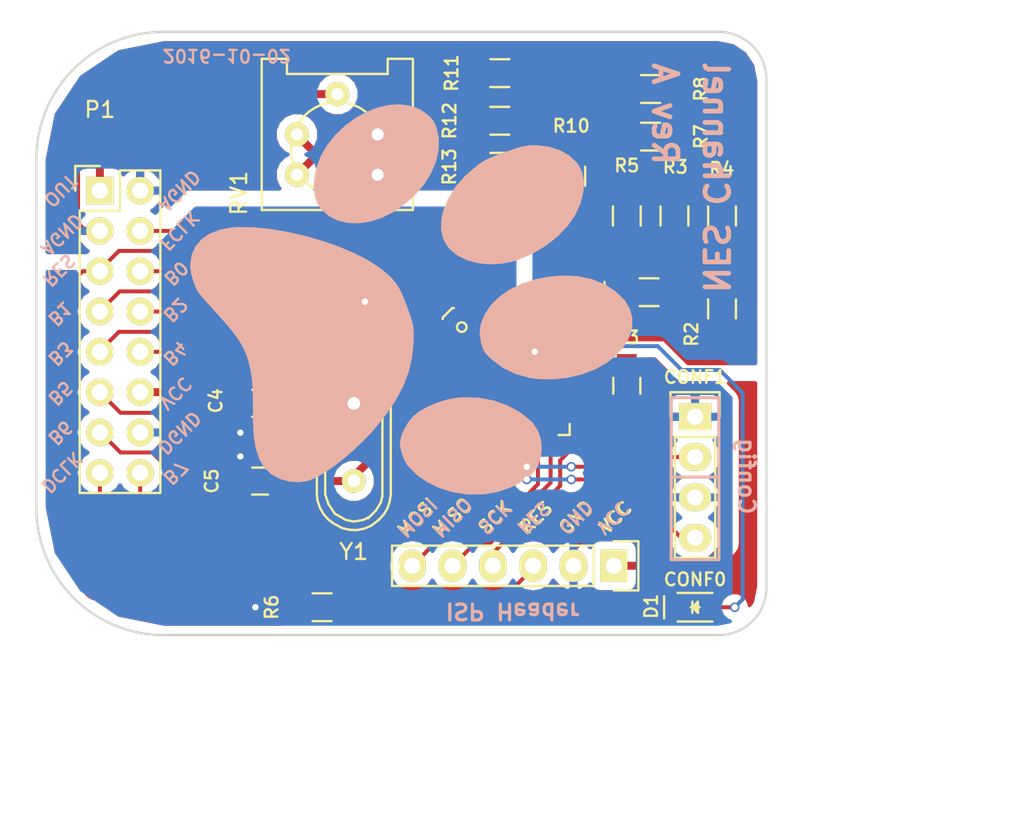
<source format=kicad_pcb>
(kicad_pcb (version 4) (host pcbnew 4.0.2+dfsg1-stable)

  (general
    (links 64)
    (no_connects 0)
    (area 156.324999 80.924999 202.475001 119.075001)
    (thickness 1.6)
    (drawings 52)
    (tracks 262)
    (zones 0)
    (modules 25)
    (nets 36)
  )

  (page A4)
  (title_block
    (title "NESSynth Channel")
    (date 2016-10-02)
    (rev A)
  )

  (layers
    (0 F.Cu signal)
    (31 B.Cu signal)
    (32 B.Adhes user)
    (33 F.Adhes user)
    (34 B.Paste user)
    (35 F.Paste user)
    (36 B.SilkS user)
    (37 F.SilkS user)
    (38 B.Mask user)
    (39 F.Mask user)
    (40 Dwgs.User user)
    (41 Cmts.User user)
    (42 Eco1.User user)
    (43 Eco2.User user)
    (44 Edge.Cuts user)
    (45 Margin user)
    (46 B.CrtYd user)
    (47 F.CrtYd user)
    (48 B.Fab user)
    (49 F.Fab user)
  )

  (setup
    (last_trace_width 0.25)
    (user_trace_width 0.25)
    (user_trace_width 0.5)
    (trace_clearance 0.2)
    (zone_clearance 0.508)
    (zone_45_only no)
    (trace_min 0.2)
    (segment_width 0.2)
    (edge_width 0.15)
    (via_size 0.6)
    (via_drill 0.4)
    (via_min_size 0.4)
    (via_min_drill 0.3)
    (uvia_size 0.3)
    (uvia_drill 0.1)
    (uvias_allowed no)
    (uvia_min_size 0.2)
    (uvia_min_drill 0.1)
    (pcb_text_width 0.3)
    (pcb_text_size 1.5 1.5)
    (mod_edge_width 0.15)
    (mod_text_size 1 1)
    (mod_text_width 0.15)
    (pad_size 1.50114 1.50114)
    (pad_drill 0.8001)
    (pad_to_mask_clearance 0.2)
    (aux_axis_origin 0 0)
    (visible_elements FFFFFFFF)
    (pcbplotparams
      (layerselection 0x010f0_80000001)
      (usegerberextensions true)
      (excludeedgelayer true)
      (linewidth 0.100000)
      (plotframeref false)
      (viasonmask false)
      (mode 1)
      (useauxorigin false)
      (hpglpennumber 1)
      (hpglpenspeed 20)
      (hpglpendiameter 15)
      (hpglpenoverlay 2)
      (psnegative false)
      (psa4output false)
      (plotreference true)
      (plotvalue false)
      (plotinvisibletext false)
      (padsonsilk false)
      (subtractmaskfromsilk true)
      (outputformat 1)
      (mirror false)
      (drillshape 0)
      (scaleselection 1)
      (outputdirectory gerbers-osh))
  )

  (net 0 "")
  (net 1 VCC)
  (net 2 GND)
  (net 3 GNDA)
  (net 4 /BUS0)
  (net 5 /BUS1)
  (net 6 /BUS2)
  (net 7 /BUS3)
  (net 8 /BUS7)
  (net 9 /BUS4)
  (net 10 /BUS6)
  (net 11 /BUS5)
  (net 12 /DAC0)
  (net 13 "Net-(R1-Pad2)")
  (net 14 "Net-(R3-Pad1)")
  (net 15 /DAC1)
  (net 16 "Net-(R10-Pad2)")
  (net 17 /DAC2)
  (net 18 "Net-(R11-Pad1)")
  (net 19 /DAC3)
  (net 20 "Net-(U1-Pad19)")
  (net 21 "Net-(U1-Pad20)")
  (net 22 "Net-(U1-Pad22)")
  (net 23 /FRAME_CLK)
  (net 24 /AUDIO_OUT)
  (net 25 /RESET)
  (net 26 /SCK)
  (net 27 /MOSI)
  (net 28 /DATA_CLK)
  (net 29 /MISO)
  (net 30 /CONF1)
  (net 31 /CONF0)
  (net 32 /XTAL1)
  (net 33 /XTAL2)
  (net 34 "Net-(D1-Pad2)")
  (net 35 "Net-(D1-Pad1)")

  (net_class Default "This is the default net class."
    (clearance 0.2)
    (trace_width 0.25)
    (via_dia 0.6)
    (via_drill 0.4)
    (uvia_dia 0.3)
    (uvia_drill 0.1)
    (add_net /AUDIO_OUT)
    (add_net /BUS0)
    (add_net /BUS1)
    (add_net /BUS2)
    (add_net /BUS3)
    (add_net /BUS4)
    (add_net /BUS5)
    (add_net /BUS6)
    (add_net /BUS7)
    (add_net /CONF0)
    (add_net /CONF1)
    (add_net /DAC0)
    (add_net /DAC1)
    (add_net /DAC2)
    (add_net /DAC3)
    (add_net /DATA_CLK)
    (add_net /FRAME_CLK)
    (add_net /MISO)
    (add_net /MOSI)
    (add_net /RESET)
    (add_net /SCK)
    (add_net /XTAL1)
    (add_net /XTAL2)
    (add_net GND)
    (add_net GNDA)
    (add_net "Net-(D1-Pad1)")
    (add_net "Net-(D1-Pad2)")
    (add_net "Net-(R1-Pad2)")
    (add_net "Net-(R10-Pad2)")
    (add_net "Net-(R11-Pad1)")
    (add_net "Net-(R3-Pad1)")
    (add_net "Net-(U1-Pad19)")
    (add_net "Net-(U1-Pad20)")
    (add_net "Net-(U1-Pad22)")
    (add_net VCC)
  )

  (module Pin_Headers:Pin_Header_Straight_1x04 (layer F.Cu) (tedit 57E05A09) (tstamp 57E04DB6)
    (at 197.9 105.25)
    (descr "Through hole pin header")
    (tags "pin header")
    (path /57E05F90)
    (fp_text reference P4 (at 0 -5.1) (layer F.SilkS) hide
      (effects (font (size 1 1) (thickness 0.15)))
    )
    (fp_text value CONN_01X04 (at 0 -3.1) (layer F.Fab)
      (effects (font (size 1 1) (thickness 0.15)))
    )
    (fp_line (start -1.75 -1.75) (end -1.75 9.4) (layer F.CrtYd) (width 0.05))
    (fp_line (start 1.75 -1.75) (end 1.75 9.4) (layer F.CrtYd) (width 0.05))
    (fp_line (start -1.75 -1.75) (end 1.75 -1.75) (layer F.CrtYd) (width 0.05))
    (fp_line (start -1.75 9.4) (end 1.75 9.4) (layer F.CrtYd) (width 0.05))
    (fp_line (start -1.27 1.27) (end -1.27 8.89) (layer F.SilkS) (width 0.15))
    (fp_line (start 1.27 1.27) (end 1.27 8.89) (layer F.SilkS) (width 0.15))
    (fp_line (start 1.55 -1.55) (end 1.55 0) (layer F.SilkS) (width 0.15))
    (fp_line (start -1.27 8.89) (end 1.27 8.89) (layer F.SilkS) (width 0.15))
    (fp_line (start 1.27 1.27) (end -1.27 1.27) (layer F.SilkS) (width 0.15))
    (fp_line (start -1.55 0) (end -1.55 -1.55) (layer F.SilkS) (width 0.15))
    (fp_line (start -1.55 -1.55) (end 1.55 -1.55) (layer F.SilkS) (width 0.15))
    (pad 1 thru_hole rect (at 0 0) (size 2.032 1.7272) (drill 1.016) (layers *.Cu *.Mask F.SilkS)
      (net 2 GND))
    (pad 2 thru_hole oval (at 0 2.54) (size 2.032 1.7272) (drill 1.016) (layers *.Cu *.Mask F.SilkS)
      (net 30 /CONF1))
    (pad 3 thru_hole oval (at 0 5.08) (size 2.032 1.7272) (drill 1.016) (layers *.Cu *.Mask F.SilkS)
      (net 2 GND))
    (pad 4 thru_hole oval (at 0 7.62) (size 2.032 1.7272) (drill 1.016) (layers *.Cu *.Mask F.SilkS)
      (net 31 /CONF0))
    (model Pin_Headers.3dshapes/Pin_Header_Angled_1x04.wrl
      (at (xyz 0 -0.15 0))
      (scale (xyz 1 1 1))
      (rotate (xyz 0 0 90))
    )
  )

  (module logo:paw-cu-circ (layer F.Cu) (tedit 0) (tstamp 57E40F96)
    (at 160.4 115.6 240)
    (fp_text reference G*** (at 0 0 240) (layer F.SilkS) hide
      (effects (font (thickness 0.3)))
    )
    (fp_text value LOGO (at 0.75 0 240) (layer F.SilkS) hide
      (effects (font (thickness 0.3)))
    )
    (fp_poly (pts (xy 0.0254 0.041597) (xy 0.071956 0.042508) (xy 0.109329 0.045499) (xy 0.140982 0.051505)
      (xy 0.170378 0.061463) (xy 0.200983 0.076309) (xy 0.23626 0.096979) (xy 0.240841 0.099814)
      (xy 0.291001 0.135843) (xy 0.343163 0.18214) (xy 0.395892 0.236748) (xy 0.44775 0.297709)
      (xy 0.497303 0.363067) (xy 0.543112 0.430864) (xy 0.583743 0.499142) (xy 0.617759 0.565945)
      (xy 0.643723 0.629315) (xy 0.654461 0.663483) (xy 0.664551 0.718032) (xy 0.6639 0.767435)
      (xy 0.652835 0.810978) (xy 0.631681 0.847947) (xy 0.600767 0.877628) (xy 0.56042 0.899306)
      (xy 0.543908 0.904937) (xy 0.51218 0.91106) (xy 0.474825 0.91338) (xy 0.438415 0.91163)
      (xy 0.425521 0.909719) (xy 0.414271 0.906397) (xy 0.393729 0.899192) (xy 0.366365 0.889015)
      (xy 0.334649 0.876772) (xy 0.317571 0.870017) (xy 0.258965 0.847188) (xy 0.209752 0.829459)
      (xy 0.167883 0.816416) (xy 0.131314 0.807643) (xy 0.097996 0.802722) (xy 0.065884 0.801239)
      (xy 0.032929 0.802777) (xy 0.003112 0.806098) (xy -0.017661 0.809182) (xy -0.038077 0.813051)
      (xy -0.059964 0.81824) (xy -0.085152 0.825283) (xy -0.11547 0.834714) (xy -0.152746 0.847069)
      (xy -0.198809 0.862882) (xy -0.238125 0.876597) (xy -0.303821 0.89611) (xy -0.36316 0.906522)
      (xy -0.415403 0.907759) (xy -0.45981 0.899747) (xy -0.462123 0.898999) (xy -0.501111 0.879671)
      (xy -0.535154 0.850412) (xy -0.562405 0.813606) (xy -0.58102 0.771636) (xy -0.588473 0.735754)
      (xy -0.588046 0.703299) (xy -0.581593 0.662215) (xy -0.569829 0.614639) (xy -0.553467 0.562707)
      (xy -0.533222 0.508554) (xy -0.509806 0.454318) (xy -0.483934 0.402133) (xy -0.466649 0.371195)
      (xy -0.419367 0.296466) (xy -0.371562 0.233179) (xy -0.321845 0.180103) (xy -0.268828 0.136008)
      (xy -0.211121 0.099666) (xy -0.147336 0.069848) (xy -0.111125 0.05645) (xy -0.091596 0.05028)
      (xy -0.073414 0.046046) (xy -0.053472 0.04341) (xy -0.028668 0.042034) (xy 0.004106 0.04158)
      (xy 0.0254 0.041597)) (layer F.Cu) (width 0.01))
    (fp_poly (pts (xy -0.697063 -0.315215) (xy -0.686459 -0.310906) (xy -0.629871 -0.278478) (xy -0.578612 -0.235682)
      (xy -0.534028 -0.184209) (xy -0.49747 -0.12575) (xy -0.470284 -0.061997) (xy -0.460242 -0.027079)
      (xy -0.452841 0.01773) (xy -0.450731 0.065557) (xy -0.453694 0.112554) (xy -0.461516 0.154873)
      (xy -0.472181 0.185057) (xy -0.490976 0.215794) (xy -0.516149 0.244985) (xy -0.544122 0.26899)
      (xy -0.568505 0.283059) (xy -0.589734 0.288418) (xy -0.617918 0.291088) (xy -0.647567 0.290916)
      (xy -0.67319 0.287751) (xy -0.67945 0.28614) (xy -0.734073 0.263004) (xy -0.785315 0.228893)
      (xy -0.831801 0.185371) (xy -0.872152 0.134003) (xy -0.904992 0.076356) (xy -0.928944 0.013995)
      (xy -0.933496 -0.002604) (xy -0.94259 -0.054675) (xy -0.944769 -0.108336) (xy -0.940266 -0.160149)
      (xy -0.929314 -0.206673) (xy -0.917761 -0.234591) (xy -0.893987 -0.267443) (xy -0.861511 -0.293684)
      (xy -0.822956 -0.312447) (xy -0.780948 -0.322867) (xy -0.738109 -0.324078) (xy -0.697063 -0.315215)) (layer F.Cu) (width 0.01))
    (fp_poly (pts (xy 0.803629 -0.358838) (xy 0.823439 -0.351792) (xy 0.834643 -0.34654) (xy 0.873721 -0.320719)
      (xy 0.904974 -0.286219) (xy 0.928318 -0.244432) (xy 0.94367 -0.196749) (xy 0.950946 -0.144558)
      (xy 0.950063 -0.08925) (xy 0.940937 -0.032216) (xy 0.923484 0.025155) (xy 0.897621 0.081472)
      (xy 0.863583 0.134914) (xy 0.829889 0.173609) (xy 0.791007 0.206663) (xy 0.748935 0.233158)
      (xy 0.705673 0.252181) (xy 0.663221 0.262815) (xy 0.62358 0.264147) (xy 0.595011 0.257818)
      (xy 0.551972 0.235626) (xy 0.516557 0.204302) (xy 0.48904 0.165065) (xy 0.46969 0.119136)
      (xy 0.458777 0.067736) (xy 0.456574 0.012085) (xy 0.463351 -0.046596) (xy 0.479379 -0.107087)
      (xy 0.501869 -0.161925) (xy 0.534668 -0.218831) (xy 0.573773 -0.26751) (xy 0.617984 -0.307028)
      (xy 0.666102 -0.33645) (xy 0.716927 -0.354842) (xy 0.757289 -0.360907) (xy 0.783636 -0.361494)
      (xy 0.803629 -0.358838)) (layer F.Cu) (width 0.01))
    (fp_poly (pts (xy -0.303253 -0.89691) (xy -0.298828 -0.895478) (xy -0.244816 -0.870724) (xy -0.196415 -0.835232)
      (xy -0.154277 -0.789958) (xy -0.119056 -0.735857) (xy -0.091404 -0.673883) (xy -0.071975 -0.604991)
      (xy -0.063395 -0.551205) (xy -0.060553 -0.482692) (xy -0.067558 -0.419073) (xy -0.084099 -0.361492)
      (xy -0.109861 -0.311095) (xy -0.138887 -0.274647) (xy -0.174594 -0.244665) (xy -0.213409 -0.226111)
      (xy -0.258024 -0.217719) (xy -0.26035 -0.21755) (xy -0.282112 -0.216651) (xy -0.299117 -0.218167)
      (xy -0.315989 -0.223201) (xy -0.337352 -0.232852) (xy -0.34898 -0.23865) (xy -0.403135 -0.272954)
      (xy -0.450613 -0.317324) (xy -0.489926 -0.370233) (xy -0.506371 -0.40005) (xy -0.532728 -0.464404)
      (xy -0.550147 -0.531171) (xy -0.558493 -0.598168) (xy -0.557625 -0.66321) (xy -0.547407 -0.724113)
      (xy -0.530005 -0.773792) (xy -0.503022 -0.82098) (xy -0.470354 -0.858217) (xy -0.433021 -0.884967)
      (xy -0.392046 -0.90069) (xy -0.348449 -0.904851) (xy -0.303253 -0.89691)) (layer F.Cu) (width 0.01))
    (fp_poly (pts (xy 0.371017 -0.909496) (xy 0.386785 -0.905063) (xy 0.430654 -0.883932) (xy 0.46968 -0.851813)
      (xy 0.502817 -0.809837) (xy 0.529019 -0.759133) (xy 0.534225 -0.745613) (xy 0.539895 -0.72788)
      (xy 0.543834 -0.709504) (xy 0.546365 -0.687562) (xy 0.54781 -0.659127) (xy 0.548494 -0.621274)
      (xy 0.54854 -0.61595) (xy 0.548585 -0.577338) (xy 0.547794 -0.548189) (xy 0.545841 -0.525276)
      (xy 0.542399 -0.505373) (xy 0.537141 -0.485253) (xy 0.534404 -0.47625) (xy 0.507933 -0.408465)
      (xy 0.473747 -0.349128) (xy 0.432498 -0.299098) (xy 0.384842 -0.259236) (xy 0.356667 -0.242239)
      (xy 0.312326 -0.22394) (xy 0.270188 -0.217628) (xy 0.228674 -0.223167) (xy 0.209619 -0.229551)
      (xy 0.169071 -0.252113) (xy 0.132824 -0.285114) (xy 0.101924 -0.32672) (xy 0.077416 -0.375094)
      (xy 0.060348 -0.4284) (xy 0.051765 -0.484803) (xy 0.050941 -0.508) (xy 0.055604 -0.578927)
      (xy 0.069252 -0.64667) (xy 0.091136 -0.7098) (xy 0.120506 -0.766889) (xy 0.156614 -0.816507)
      (xy 0.19871 -0.857225) (xy 0.246044 -0.887616) (xy 0.251394 -0.890199) (xy 0.294846 -0.906773)
      (xy 0.333839 -0.913108) (xy 0.371017 -0.909496)) (layer F.Cu) (width 0.01))
    (fp_poly (pts (xy 1.4 0) (xy 1.373099 -0.273126) (xy 1.293431 -0.535757) (xy 1.164057 -0.777798)
      (xy 0.989949 -0.989949) (xy 0.777798 -1.164057) (xy 0.535757 -1.293431) (xy 0.273126 -1.373099)
      (xy 0 -1.4) (xy -0.273126 -1.373099) (xy -0.535757 -1.293431) (xy -0.777798 -1.164057)
      (xy -0.989949 -0.989949) (xy -1.164057 -0.777798) (xy -1.293431 -0.535757) (xy -1.373099 -0.273126)
      (xy -1.4 0) (xy -1.373099 0.273126) (xy -1.293431 0.535757) (xy -1.164057 0.777798)
      (xy -0.989949 0.989949) (xy -0.777798 1.164057) (xy -0.535757 1.293431) (xy -0.273126 1.373099)
      (xy 0 1.4) (xy 0.273126 1.373099) (xy 0.535757 1.293431) (xy 0.777798 1.164057)
      (xy 0.989949 0.989949) (xy 1.164057 0.777798) (xy 1.293431 0.535757) (xy 1.373099 0.273126)) (layer F.Mask) (width 0.01))
    (fp_circle (center 0 0) (end -1.25 0) (layer F.Cu) (width 0.05))
  )

  (module olof:Potentiometer_Bourns_3386P (layer F.Cu) (tedit 578E5D96) (tstamp 57E1BA4F)
    (at 175.36 87.46 180)
    (path /57DBD7CF)
    (fp_text reference RV1 (at 6.2 -3.7 270) (layer F.SilkS)
      (effects (font (size 1 1) (thickness 0.15)))
    )
    (fp_text value 10k (at -2.54 7.62 180) (layer F.Fab)
      (effects (font (size 1 1) (thickness 0.15)))
    )
    (fp_circle (center 0 -0.8763) (end 1.5748 1.5748) (layer F.SilkS) (width 0.15))
    (fp_line (start 3.175 4.7625) (end 3.175 3.81) (layer F.SilkS) (width 0.15))
    (fp_line (start -3.175 3.81) (end 3.175 3.81) (layer F.SilkS) (width 0.15))
    (fp_line (start -3.175 4.7625) (end -3.175 3.81) (layer F.SilkS) (width 0.15))
    (fp_line (start 4.7625 4.7625) (end 3.175 4.7625) (layer F.SilkS) (width 0.15))
    (fp_line (start -4.7625 4.7625) (end -3.175 4.7625) (layer F.SilkS) (width 0.15))
    (fp_line (start 4.7625 -4.7625) (end 4.7625 4.7625) (layer F.SilkS) (width 0.15))
    (fp_line (start -4.7625 -4.7625) (end -4.7625 4.7625) (layer F.SilkS) (width 0.15))
    (fp_line (start -4.7625 -4.7625) (end 4.7625 -4.7625) (layer F.SilkS) (width 0.15))
    (pad 1 thru_hole circle (at -2.54 0 180) (size 1.524 1.524) (drill 0.762) (layers *.Cu *.Mask F.SilkS)
      (net 3 GNDA))
    (pad 2 thru_hole circle (at 0 2.54 180) (size 1.524 1.524) (drill 0.762) (layers *.Cu *.Mask F.SilkS)
      (net 24 /AUDIO_OUT))
    (pad 3 thru_hole circle (at 2.54 0 180) (size 1.524 1.524) (drill 0.762) (layers *.Cu *.Mask F.SilkS)
      (net 18 "Net-(R11-Pad1)"))
    (pad 1 thru_hole circle (at -2.54 -2.54 180) (size 1.524 1.524) (drill 0.762) (layers *.Cu *.Mask F.SilkS)
      (net 3 GNDA))
    (pad 3 thru_hole circle (at 2.54 -2.54 180) (size 1.524 1.524) (drill 0.762) (layers *.Cu *.Mask F.SilkS)
      (net 18 "Net-(R11-Pad1)"))
    (model ${KIPRJMOD}/../lib/3d_models/walter/trimmer_piher_pt6-xv.wrl
      (at (xyz 0 0 0))
      (scale (xyz 1 1 1))
      (rotate (xyz 0 0 0))
    )
  )

  (module olof:TQFP-32_7x7mm_Pitch0.8mm (layer F.Cu) (tedit 57D2C418) (tstamp 57E1BA73)
    (at 186 102.4)
    (descr "32-Lead Plastic Thin Quad Flatpack (PT) - 7x7x1.0 mm Body, 2.00 mm [TQFP] (see Microchip Packaging Specification 00000049BS.pdf)")
    (tags "QFP 0.8")
    (path /57DBA864)
    (attr smd)
    (fp_text reference U1 (at -4.4 4.8) (layer F.SilkS)
      (effects (font (size 1 1) (thickness 0.15)))
    )
    (fp_text value ATMEGA88-A (at 0 6.05) (layer F.Fab)
      (effects (font (size 1 1) (thickness 0.15)))
    )
    (fp_line (start -4 -3.4) (end -4 -3.3) (layer F.SilkS) (width 0.15))
    (fp_line (start -3.4 -4) (end -4 -3.4) (layer F.SilkS) (width 0.15))
    (fp_line (start -3.3 -4) (end -3.4 -4) (layer F.SilkS) (width 0.15))
    (fp_circle (center -2.8 -2.8) (end -2.5 -2.8) (layer F.SilkS) (width 0.15))
    (fp_line (start -4 4) (end -4 3.3) (layer F.SilkS) (width 0.15))
    (fp_line (start -3.3 4) (end -4 4) (layer F.SilkS) (width 0.15))
    (fp_line (start 4 4) (end 3.3 4) (layer F.SilkS) (width 0.15))
    (fp_line (start 4 3.3) (end 4 4) (layer F.SilkS) (width 0.15))
    (fp_line (start 4 -4) (end 3.3 -4) (layer F.SilkS) (width 0.15))
    (fp_line (start 4 -3.3) (end 4 -4) (layer F.SilkS) (width 0.15))
    (fp_line (start -5.3 -5.3) (end -5.3 5.3) (layer F.CrtYd) (width 0.05))
    (fp_line (start 5.3 -5.3) (end 5.3 5.3) (layer F.CrtYd) (width 0.05))
    (fp_line (start -5.3 -5.3) (end 5.3 -5.3) (layer F.CrtYd) (width 0.05))
    (fp_line (start -5.3 5.3) (end 5.3 5.3) (layer F.CrtYd) (width 0.05))
    (pad 1 smd rect (at -4.25 -2.8) (size 1.6 0.55) (layers F.Cu F.Paste F.Mask)
      (net 7 /BUS3))
    (pad 2 smd rect (at -4.25 -2) (size 1.6 0.55) (layers F.Cu F.Paste F.Mask)
      (net 9 /BUS4))
    (pad 3 smd rect (at -4.25 -1.2) (size 1.6 0.55) (layers F.Cu F.Paste F.Mask)
      (net 2 GND))
    (pad 4 smd rect (at -4.25 -0.4) (size 1.6 0.55) (layers F.Cu F.Paste F.Mask)
      (net 1 VCC))
    (pad 5 smd rect (at -4.25 0.4) (size 1.6 0.55) (layers F.Cu F.Paste F.Mask)
      (net 2 GND))
    (pad 6 smd rect (at -4.25 1.2) (size 1.6 0.55) (layers F.Cu F.Paste F.Mask)
      (net 1 VCC))
    (pad 7 smd rect (at -4.25 2) (size 1.6 0.55) (layers F.Cu F.Paste F.Mask)
      (net 32 /XTAL1))
    (pad 8 smd rect (at -4.25 2.8) (size 1.6 0.55) (layers F.Cu F.Paste F.Mask)
      (net 33 /XTAL2))
    (pad 9 smd rect (at -2.8 4.25 90) (size 1.6 0.55) (layers F.Cu F.Paste F.Mask)
      (net 11 /BUS5))
    (pad 10 smd rect (at -2 4.25 90) (size 1.6 0.55) (layers F.Cu F.Paste F.Mask)
      (net 10 /BUS6))
    (pad 11 smd rect (at -1.2 4.25 90) (size 1.6 0.55) (layers F.Cu F.Paste F.Mask)
      (net 8 /BUS7))
    (pad 12 smd rect (at -0.4 4.25 90) (size 1.6 0.55) (layers F.Cu F.Paste F.Mask)
      (net 28 /DATA_CLK))
    (pad 13 smd rect (at 0.4 4.25 90) (size 1.6 0.55) (layers F.Cu F.Paste F.Mask)
      (net 31 /CONF0))
    (pad 14 smd rect (at 1.2 4.25 90) (size 1.6 0.55) (layers F.Cu F.Paste F.Mask)
      (net 30 /CONF1))
    (pad 15 smd rect (at 2 4.25 90) (size 1.6 0.55) (layers F.Cu F.Paste F.Mask)
      (net 27 /MOSI))
    (pad 16 smd rect (at 2.8 4.25 90) (size 1.6 0.55) (layers F.Cu F.Paste F.Mask)
      (net 29 /MISO))
    (pad 17 smd rect (at 4.25 2.8) (size 1.6 0.55) (layers F.Cu F.Paste F.Mask)
      (net 26 /SCK))
    (pad 18 smd rect (at 4.25 2) (size 1.6 0.55) (layers F.Cu F.Paste F.Mask)
      (net 1 VCC))
    (pad 19 smd rect (at 4.25 1.2) (size 1.6 0.55) (layers F.Cu F.Paste F.Mask)
      (net 20 "Net-(U1-Pad19)"))
    (pad 20 smd rect (at 4.25 0.4) (size 1.6 0.55) (layers F.Cu F.Paste F.Mask)
      (net 21 "Net-(U1-Pad20)"))
    (pad 21 smd rect (at 4.25 -0.4) (size 1.6 0.55) (layers F.Cu F.Paste F.Mask)
      (net 2 GND))
    (pad 22 smd rect (at 4.25 -1.2) (size 1.6 0.55) (layers F.Cu F.Paste F.Mask)
      (net 22 "Net-(U1-Pad22)"))
    (pad 23 smd rect (at 4.25 -2) (size 1.6 0.55) (layers F.Cu F.Paste F.Mask)
      (net 12 /DAC0))
    (pad 24 smd rect (at 4.25 -2.8) (size 1.6 0.55) (layers F.Cu F.Paste F.Mask)
      (net 15 /DAC1))
    (pad 25 smd rect (at 2.8 -4.25 90) (size 1.6 0.55) (layers F.Cu F.Paste F.Mask)
      (net 17 /DAC2))
    (pad 26 smd rect (at 2 -4.25 90) (size 1.6 0.55) (layers F.Cu F.Paste F.Mask)
      (net 19 /DAC3))
    (pad 27 smd rect (at 1.2 -4.25 90) (size 1.6 0.55) (layers F.Cu F.Paste F.Mask)
      (net 34 "Net-(D1-Pad2)"))
    (pad 28 smd rect (at 0.4 -4.25 90) (size 1.6 0.55) (layers F.Cu F.Paste F.Mask)
      (net 23 /FRAME_CLK))
    (pad 29 smd rect (at -0.4 -4.25 90) (size 1.6 0.55) (layers F.Cu F.Paste F.Mask)
      (net 25 /RESET))
    (pad 30 smd rect (at -1.2 -4.25 90) (size 1.6 0.55) (layers F.Cu F.Paste F.Mask)
      (net 4 /BUS0))
    (pad 31 smd rect (at -2 -4.25 90) (size 1.6 0.55) (layers F.Cu F.Paste F.Mask)
      (net 5 /BUS1))
    (pad 32 smd rect (at -2.8 -4.25 90) (size 1.6 0.55) (layers F.Cu F.Paste F.Mask)
      (net 6 /BUS2))
    (model Housings_QFP.3dshapes/TQFP-32_7x7mm_Pitch0.8mm.wrl
      (at (xyz 0 0 0))
      (scale (xyz 1 1 1))
      (rotate (xyz 0 0 0))
    )
  )

  (module Pin_Headers:Pin_Header_Straight_1x06 (layer F.Cu) (tedit 57E05A13) (tstamp 57E04F18)
    (at 192.78 114.64 270)
    (descr "Through hole pin header")
    (tags "pin header")
    (path /57E04AAC)
    (fp_text reference P3 (at 0 15.48 270) (layer F.SilkS) hide
      (effects (font (size 1 1) (thickness 0.15)))
    )
    (fp_text value CONN_01X06 (at 0.34 -2.5735 270) (layer F.Fab)
      (effects (font (size 1 1) (thickness 0.15)))
    )
    (fp_line (start -1.75 -1.75) (end -1.75 14.45) (layer F.CrtYd) (width 0.05))
    (fp_line (start 1.75 -1.75) (end 1.75 14.45) (layer F.CrtYd) (width 0.05))
    (fp_line (start -1.75 -1.75) (end 1.75 -1.75) (layer F.CrtYd) (width 0.05))
    (fp_line (start -1.75 14.45) (end 1.75 14.45) (layer F.CrtYd) (width 0.05))
    (fp_line (start 1.27 1.27) (end 1.27 13.97) (layer F.SilkS) (width 0.15))
    (fp_line (start 1.27 13.97) (end -1.27 13.97) (layer F.SilkS) (width 0.15))
    (fp_line (start -1.27 13.97) (end -1.27 1.27) (layer F.SilkS) (width 0.15))
    (fp_line (start 1.55 -1.55) (end 1.55 0) (layer F.SilkS) (width 0.15))
    (fp_line (start 1.27 1.27) (end -1.27 1.27) (layer F.SilkS) (width 0.15))
    (fp_line (start -1.55 0) (end -1.55 -1.55) (layer F.SilkS) (width 0.15))
    (fp_line (start -1.55 -1.55) (end 1.55 -1.55) (layer F.SilkS) (width 0.15))
    (pad 1 thru_hole rect (at 0 0 270) (size 2.032 1.7272) (drill 1.016) (layers *.Cu *.Mask F.SilkS)
      (net 1 VCC))
    (pad 2 thru_hole oval (at 0 2.54 270) (size 2.032 1.7272) (drill 1.016) (layers *.Cu *.Mask F.SilkS)
      (net 2 GND))
    (pad 3 thru_hole oval (at 0 5.08 270) (size 2.032 1.7272) (drill 1.016) (layers *.Cu *.Mask F.SilkS)
      (net 25 /RESET))
    (pad 4 thru_hole oval (at 0 7.62 270) (size 2.032 1.7272) (drill 1.016) (layers *.Cu *.Mask F.SilkS)
      (net 26 /SCK))
    (pad 5 thru_hole oval (at 0 10.16 270) (size 2.032 1.7272) (drill 1.016) (layers *.Cu *.Mask F.SilkS)
      (net 29 /MISO))
    (pad 6 thru_hole oval (at 0 12.7 270) (size 2.032 1.7272) (drill 1.016) (layers *.Cu *.Mask F.SilkS)
      (net 27 /MOSI))
    (model Pin_Headers.3dshapes/Pin_Header_Angled_1x06.wrl
      (at (xyz 0 -0.25 0))
      (scale (xyz 1 1 1))
      (rotate (xyz 0 0 90))
    )
  )

  (module Crystals:Crystal_HC49-U_Vertical (layer F.Cu) (tedit 0) (tstamp 57E3E38D)
    (at 176.4 106.85 270)
    (descr "Crystal, Quarz, HC49/U, vertical, stehend,")
    (tags "Crystal, Quarz, HC49/U, vertical, stehend,")
    (path /57E3D03E)
    (fp_text reference Y1 (at 6.9 0 360) (layer F.SilkS)
      (effects (font (size 1 1) (thickness 0.15)))
    )
    (fp_text value "14.31818 MHz" (at 0 3.81 270) (layer F.Fab)
      (effects (font (size 1 1) (thickness 0.15)))
    )
    (fp_line (start 4.699 -1.00076) (end 4.89966 -0.59944) (layer F.SilkS) (width 0.15))
    (fp_line (start 4.89966 -0.59944) (end 5.00126 0) (layer F.SilkS) (width 0.15))
    (fp_line (start 5.00126 0) (end 4.89966 0.50038) (layer F.SilkS) (width 0.15))
    (fp_line (start 4.89966 0.50038) (end 4.50088 1.19888) (layer F.SilkS) (width 0.15))
    (fp_line (start 4.50088 1.19888) (end 3.8989 1.6002) (layer F.SilkS) (width 0.15))
    (fp_line (start 3.8989 1.6002) (end 3.29946 1.80086) (layer F.SilkS) (width 0.15))
    (fp_line (start 3.29946 1.80086) (end -3.29946 1.80086) (layer F.SilkS) (width 0.15))
    (fp_line (start -3.29946 1.80086) (end -4.0005 1.6002) (layer F.SilkS) (width 0.15))
    (fp_line (start -4.0005 1.6002) (end -4.39928 1.30048) (layer F.SilkS) (width 0.15))
    (fp_line (start -4.39928 1.30048) (end -4.8006 0.8001) (layer F.SilkS) (width 0.15))
    (fp_line (start -4.8006 0.8001) (end -5.00126 0.20066) (layer F.SilkS) (width 0.15))
    (fp_line (start -5.00126 0.20066) (end -5.00126 -0.29972) (layer F.SilkS) (width 0.15))
    (fp_line (start -5.00126 -0.29972) (end -4.8006 -0.8001) (layer F.SilkS) (width 0.15))
    (fp_line (start -4.8006 -0.8001) (end -4.30022 -1.39954) (layer F.SilkS) (width 0.15))
    (fp_line (start -4.30022 -1.39954) (end -3.79984 -1.69926) (layer F.SilkS) (width 0.15))
    (fp_line (start -3.79984 -1.69926) (end -3.29946 -1.80086) (layer F.SilkS) (width 0.15))
    (fp_line (start -3.2004 -1.80086) (end 3.40106 -1.80086) (layer F.SilkS) (width 0.15))
    (fp_line (start 3.40106 -1.80086) (end 3.79984 -1.69926) (layer F.SilkS) (width 0.15))
    (fp_line (start 3.79984 -1.69926) (end 4.30022 -1.39954) (layer F.SilkS) (width 0.15))
    (fp_line (start 4.30022 -1.39954) (end 4.8006 -0.89916) (layer F.SilkS) (width 0.15))
    (fp_line (start -3.19024 -2.32918) (end -3.64998 -2.28092) (layer F.SilkS) (width 0.15))
    (fp_line (start -3.64998 -2.28092) (end -4.04876 -2.16916) (layer F.SilkS) (width 0.15))
    (fp_line (start -4.04876 -2.16916) (end -4.48056 -1.95072) (layer F.SilkS) (width 0.15))
    (fp_line (start -4.48056 -1.95072) (end -4.77012 -1.71958) (layer F.SilkS) (width 0.15))
    (fp_line (start -4.77012 -1.71958) (end -5.10032 -1.36906) (layer F.SilkS) (width 0.15))
    (fp_line (start -5.10032 -1.36906) (end -5.38988 -0.83058) (layer F.SilkS) (width 0.15))
    (fp_line (start -5.38988 -0.83058) (end -5.51942 -0.23114) (layer F.SilkS) (width 0.15))
    (fp_line (start -5.51942 -0.23114) (end -5.51942 0.2794) (layer F.SilkS) (width 0.15))
    (fp_line (start -5.51942 0.2794) (end -5.34924 0.98044) (layer F.SilkS) (width 0.15))
    (fp_line (start -5.34924 0.98044) (end -4.95046 1.56972) (layer F.SilkS) (width 0.15))
    (fp_line (start -4.95046 1.56972) (end -4.49072 1.94056) (layer F.SilkS) (width 0.15))
    (fp_line (start -4.49072 1.94056) (end -4.06908 2.14884) (layer F.SilkS) (width 0.15))
    (fp_line (start -4.06908 2.14884) (end -3.6195 2.30886) (layer F.SilkS) (width 0.15))
    (fp_line (start -3.6195 2.30886) (end -3.18008 2.33934) (layer F.SilkS) (width 0.15))
    (fp_line (start 4.16052 2.1209) (end 4.53898 1.89992) (layer F.SilkS) (width 0.15))
    (fp_line (start 4.53898 1.89992) (end 4.85902 1.62052) (layer F.SilkS) (width 0.15))
    (fp_line (start 4.85902 1.62052) (end 5.11048 1.29032) (layer F.SilkS) (width 0.15))
    (fp_line (start 5.11048 1.29032) (end 5.4102 0.73914) (layer F.SilkS) (width 0.15))
    (fp_line (start 5.4102 0.73914) (end 5.51942 0.26924) (layer F.SilkS) (width 0.15))
    (fp_line (start 5.51942 0.26924) (end 5.53974 -0.1905) (layer F.SilkS) (width 0.15))
    (fp_line (start 5.53974 -0.1905) (end 5.45084 -0.65024) (layer F.SilkS) (width 0.15))
    (fp_line (start 5.45084 -0.65024) (end 5.26034 -1.09982) (layer F.SilkS) (width 0.15))
    (fp_line (start 5.26034 -1.09982) (end 4.89966 -1.56972) (layer F.SilkS) (width 0.15))
    (fp_line (start 4.89966 -1.56972) (end 4.54914 -1.88976) (layer F.SilkS) (width 0.15))
    (fp_line (start 4.54914 -1.88976) (end 4.16052 -2.1209) (layer F.SilkS) (width 0.15))
    (fp_line (start 4.16052 -2.1209) (end 3.73126 -2.2606) (layer F.SilkS) (width 0.15))
    (fp_line (start 3.73126 -2.2606) (end 3.2893 -2.32918) (layer F.SilkS) (width 0.15))
    (fp_line (start -3.2004 2.32918) (end 3.2512 2.32918) (layer F.SilkS) (width 0.15))
    (fp_line (start 3.2512 2.32918) (end 3.6703 2.29108) (layer F.SilkS) (width 0.15))
    (fp_line (start 3.6703 2.29108) (end 4.16052 2.1209) (layer F.SilkS) (width 0.15))
    (fp_line (start -3.2004 -2.32918) (end 3.2512 -2.32918) (layer F.SilkS) (width 0.15))
    (pad 1 thru_hole circle (at -2.44094 0 270) (size 1.50114 1.50114) (drill 0.8001) (layers *.Cu *.Mask F.SilkS)
      (net 32 /XTAL1))
    (pad 2 thru_hole circle (at 2.44094 0 270) (size 1.50114 1.50114) (drill 0.8001) (layers *.Cu *.Mask F.SilkS)
      (net 33 /XTAL2))
    (model Crystals.3dshapes/HC-49V.wrl
      (at (xyz 0 0 0))
      (scale (xyz 1 1 1))
      (rotate (xyz 0 0 0))
    )
  )

  (module olof:LED_0805 (layer F.Cu) (tedit 57E3F96C) (tstamp 57E40A1A)
    (at 197.9 117.25)
    (descr "LED 0805 smd package")
    (tags "LED 0805 SMD")
    (path /57E4044D)
    (attr smd)
    (fp_text reference D1 (at -2.765 -0.055 90) (layer F.SilkS)
      (effects (font (size 0.8 0.8) (thickness 0.15)))
    )
    (fp_text value LED (at 0 1.9) (layer F.Fab)
      (effects (font (size 1 1) (thickness 0.15)))
    )
    (fp_line (start -1.95 0.7) (end -1.95 -0.7) (layer F.SilkS) (width 0.15))
    (fp_line (start -0.27 0) (end 0.28 0) (layer F.SilkS) (width 0.15))
    (fp_line (start -1.1 0.9) (end 1.1 0.9) (layer F.SilkS) (width 0.15))
    (fp_line (start -1.1 -0.9) (end 1.1 -0.9) (layer F.SilkS) (width 0.15))
    (fp_line (start 0.08 0.15) (end 0.08 -0.1) (layer F.SilkS) (width 0.15))
    (fp_line (start 0.08 -0.1) (end -0.07 0.05) (layer F.SilkS) (width 0.15))
    (fp_line (start -0.17 -0.35) (end -0.17 0.35) (layer F.SilkS) (width 0.15))
    (fp_line (start -0.17 0) (end 0.18 -0.35) (layer F.SilkS) (width 0.15))
    (fp_line (start 0.18 -0.35) (end 0.18 0.35) (layer F.SilkS) (width 0.15))
    (fp_line (start 0.18 0.35) (end -0.17 0) (layer F.SilkS) (width 0.15))
    (fp_line (start 1.9 -0.95) (end 1.9 0.95) (layer F.CrtYd) (width 0.05))
    (fp_line (start 1.9 0.95) (end -1.9 0.95) (layer F.CrtYd) (width 0.05))
    (fp_line (start -1.9 0.95) (end -1.9 -0.95) (layer F.CrtYd) (width 0.05))
    (fp_line (start -1.9 -0.95) (end 1.9 -0.95) (layer F.CrtYd) (width 0.05))
    (pad 2 smd rect (at 1.04902 0 180) (size 1.19888 1.19888) (layers F.Cu F.Paste F.Mask)
      (net 34 "Net-(D1-Pad2)"))
    (pad 1 smd rect (at -1.04902 0 180) (size 1.19888 1.19888) (layers F.Cu F.Paste F.Mask)
      (net 35 "Net-(D1-Pad1)"))
    (model LEDs.3dshapes/LED_0805.wrl
      (at (xyz 0 0 0))
      (scale (xyz 1 1 1))
      (rotate (xyz 0 0 0))
    )
  )

  (module logo:paw-larger-screen (layer B.Cu) (tedit 0) (tstamp 57EAC45F)
    (at 180.4 98.4 110)
    (fp_text reference G*** (at 0 0 110) (layer B.SilkS) hide
      (effects (font (thickness 0.3)) (justify mirror))
    )
    (fp_text value LOGO (at 0.75 0 110) (layer B.SilkS) hide
      (effects (font (thickness 0.3)) (justify mirror))
    )
    (fp_poly (pts (xy 0.339799 -0.577748) (xy 0.962634 -0.590402) (xy 1.462602 -0.631939) (xy 1.886047 -0.71536)
      (xy 2.279311 -0.853665) (xy 2.688737 -1.059856) (xy 3.160669 -1.346934) (xy 3.221959 -1.386312)
      (xy 3.892994 -1.886712) (xy 4.590818 -2.529725) (xy 5.296218 -3.288169) (xy 5.989978 -4.134857)
      (xy 6.652884 -5.042605) (xy 7.265723 -5.984227) (xy 7.809278 -6.93254) (xy 8.264337 -7.860357)
      (xy 8.611685 -8.740494) (xy 8.755335 -9.215047) (xy 8.890324 -9.972674) (xy 8.881614 -10.658829)
      (xy 8.733578 -11.263595) (xy 8.450591 -11.777053) (xy 8.037026 -12.189285) (xy 7.497258 -12.490373)
      (xy 7.276365 -12.568577) (xy 6.851906 -12.653621) (xy 6.352179 -12.685837) (xy 5.865088 -12.661539)
      (xy 5.692595 -12.634999) (xy 5.54209 -12.588847) (xy 5.267279 -12.488786) (xy 4.901205 -12.347431)
      (xy 4.476914 -12.177401) (xy 4.248448 -12.083582) (xy 3.464425 -11.766501) (xy 2.806048 -11.520273)
      (xy 2.245938 -11.33912) (xy 1.756713 -11.217264) (xy 1.310991 -11.148925) (xy 0.881391 -11.128326)
      (xy 0.440533 -11.149689) (xy 0.04164 -11.195813) (xy -0.23626 -11.238643) (xy -0.509382 -11.29238)
      (xy -0.802193 -11.364447) (xy -1.139158 -11.462267) (xy -1.544743 -11.593263) (xy -2.043416 -11.764859)
      (xy -2.659643 -11.984477) (xy -3.185619 -12.174966) (xy -4.06449 -12.445983) (xy -4.858326 -12.590594)
      (xy -5.557228 -12.607771) (xy -6.151296 -12.496487) (xy -6.182237 -12.4861) (xy -6.703823 -12.217663)
      (xy -7.159242 -11.811287) (xy -7.523808 -11.300086) (xy -7.772834 -10.717173) (xy -7.872541 -10.218809)
      (xy -7.866825 -9.768041) (xy -7.780504 -9.197435) (xy -7.623126 -8.536657) (xy -7.40424 -7.815376)
      (xy -7.133395 -7.06326) (xy -6.820142 -6.309977) (xy -6.474029 -5.585194) (xy -6.242794 -5.155488)
      (xy -5.610259 -4.117593) (xy -4.970727 -3.238599) (xy -4.305618 -2.50143) (xy -3.596355 -1.889011)
      (xy -2.824356 -1.384263) (xy -1.971043 -0.970111) (xy -1.486622 -0.784037) (xy -1.225363 -0.698341)
      (xy -0.982117 -0.639532) (xy -0.715344 -0.602919) (xy -0.383506 -0.58381) (xy 0.054937 -0.577513)
      (xy 0.339799 -0.577748)) (layer B.SilkS) (width 0.01))
    (fp_poly (pts (xy -9.325255 4.377981) (xy -9.183395 4.318128) (xy -8.426367 3.867746) (xy -7.740618 3.273354)
      (xy -7.144186 2.558447) (xy -6.655107 1.74652) (xy -6.291419 0.861067) (xy -6.157081 0.376092)
      (xy -6.05807 -0.246261) (xy -6.029836 -0.910526) (xy -6.069483 -1.563261) (xy -6.174115 -2.151026)
      (xy -6.316799 -2.570238) (xy -6.568241 -2.997143) (xy -6.904995 -3.40257) (xy -7.279217 -3.735984)
      (xy -7.605412 -3.931378) (xy -7.889417 -4.005809) (xy -8.266458 -4.042893) (xy -8.663092 -4.040512)
      (xy -9.00588 -3.996548) (xy -9.089633 -3.974175) (xy -9.820363 -3.652844) (xy -10.505881 -3.179071)
      (xy -11.127761 -2.574597) (xy -11.66758 -1.861163) (xy -12.106913 -1.06051) (xy -12.427334 -0.194378)
      (xy -12.488238 0.036157) (xy -12.609899 0.75937) (xy -12.639048 1.504665) (xy -12.578805 2.224281)
      (xy -12.432291 2.870456) (xy -12.277735 3.258209) (xy -11.959684 3.714485) (xy -11.52522 4.078934)
      (xy -11.009442 4.339532) (xy -10.447455 4.484255) (xy -9.874358 4.501079) (xy -9.325255 4.377981)) (layer B.SilkS) (width 0.01))
    (fp_poly (pts (xy 10.750894 4.983857) (xy 11.015912 4.886) (xy 11.165793 4.813056) (xy 11.68858 4.454418)
      (xy 12.106681 3.975259) (xy 12.418979 3.394888) (xy 12.624357 2.732612) (xy 12.721696 2.00774)
      (xy 12.709879 1.239579) (xy 12.587787 0.447437) (xy 12.354303 -0.349378) (xy 12.008309 -1.131558)
      (xy 11.552951 -1.873806) (xy 11.102202 -2.411248) (xy 10.582034 -2.870319) (xy 10.019199 -3.238312)
      (xy 9.440448 -3.502514) (xy 8.872534 -3.650218) (xy 8.342207 -3.668714) (xy 7.960026 -3.580811)
      (xy 7.384242 -3.272596) (xy 6.910474 -2.837534) (xy 6.542345 -2.292576) (xy 6.283478 -1.654676)
      (xy 6.137497 -0.940785) (xy 6.108026 -0.167856) (xy 6.198686 0.647159) (xy 6.413103 1.487307)
      (xy 6.713974 2.248959) (xy 7.15276 3.039313) (xy 7.675904 3.715408) (xy 8.267357 4.264266)
      (xy 8.911073 4.672905) (xy 9.591002 4.928348) (xy 10.130968 5.012588) (xy 10.483434 5.020746)
      (xy 10.750894 4.983857)) (layer B.SilkS) (width 0.01))
    (fp_poly (pts (xy -4.056889 12.457072) (xy -3.99769 12.437182) (xy -3.275127 12.093377) (xy -2.627618 11.60044)
      (xy -2.0639 10.971634) (xy -1.59271 10.220224) (xy -1.222786 9.359474) (xy -0.962864 8.402648)
      (xy -0.848084 7.655612) (xy -0.810066 6.704052) (xy -0.903785 5.820453) (xy -1.125061 5.020719)
      (xy -1.469712 4.320755) (xy -1.858014 3.814538) (xy -2.335703 3.398123) (xy -2.854964 3.140425)
      (xy -3.451816 3.023866) (xy -3.482944 3.021526) (xy -3.774067 3.009033) (xy -4.001553 3.030097)
      (xy -4.227265 3.100005) (xy -4.513067 3.234049) (xy -4.668625 3.314576) (xy -5.393101 3.791024)
      (xy -6.028262 4.407272) (xy -6.554194 5.142119) (xy -6.774193 5.556251) (xy -7.126785 6.450047)
      (xy -7.359825 7.37737) (xy -7.471467 8.307881) (xy -7.459862 9.211241) (xy -7.323163 10.057112)
      (xy -7.090356 10.747108) (xy -6.729388 11.402492) (xy -6.292355 11.919677) (xy -5.792922 12.291196)
      (xy -5.244756 12.509581) (xy -4.661523 12.567362) (xy -4.056889 12.457072)) (layer B.SilkS) (width 0.01))
    (fp_poly (pts (xy 4.963449 12.63188) (xy 5.174383 12.570315) (xy 5.761268 12.276832) (xy 6.283354 11.830736)
      (xy 6.726656 11.247728) (xy 7.077189 10.54351) (xy 7.146823 10.355728) (xy 7.222677 10.109436)
      (xy 7.275373 9.854222) (xy 7.309231 9.54946) (xy 7.328572 9.154529) (xy 7.337714 8.628804)
      (xy 7.338332 8.554862) (xy 7.338937 8.018582) (xy 7.32836 7.613733) (xy 7.302231 7.2955)
      (xy 7.256182 7.019067) (xy 7.185846 6.739618) (xy 7.149219 6.614584) (xy 6.795096 5.673124)
      (xy 6.337754 4.848987) (xy 5.785939 4.154128) (xy 5.148396 3.600498) (xy 4.771465 3.36442)
      (xy 4.178274 3.110268) (xy 3.61456 3.022604) (xy 3.059188 3.099536) (xy 2.804273 3.188207)
      (xy 2.26183 3.501561) (xy 1.776918 3.959916) (xy 1.363534 4.537773) (xy 1.035674 5.209633)
      (xy 0.807333 5.949996) (xy 0.692509 6.733365) (xy 0.681496 7.055556) (xy 0.743869 8.040652)
      (xy 0.926449 8.981526) (xy 1.219211 9.858333) (xy 1.612128 10.651228) (xy 2.095176 11.340366)
      (xy 2.658329 11.9059) (xy 3.291562 12.327987) (xy 3.363135 12.36387) (xy 3.944429 12.594056)
      (xy 4.466077 12.682049) (xy 4.963449 12.63188)) (layer B.SilkS) (width 0.01))
  )

  (module olof:R_0805_HandSoldering (layer F.Cu) (tedit 57EAA0FC) (tstamp 57E40A26)
    (at 174.4 117.25 180)
    (descr "Resistor SMD 0805, hand soldering")
    (tags "resistor 0805")
    (path /57E403AB)
    (attr smd)
    (fp_text reference R6 (at 3.175 0 270) (layer F.SilkS)
      (effects (font (size 0.8 0.8) (thickness 0.15)))
    )
    (fp_text value 1k (at 0 2.1 180) (layer F.Fab)
      (effects (font (size 1 1) (thickness 0.15)))
    )
    (fp_line (start -2.4 -1) (end 2.4 -1) (layer F.CrtYd) (width 0.05))
    (fp_line (start -2.4 1) (end 2.4 1) (layer F.CrtYd) (width 0.05))
    (fp_line (start -2.4 -1) (end -2.4 1) (layer F.CrtYd) (width 0.05))
    (fp_line (start 2.4 -1) (end 2.4 1) (layer F.CrtYd) (width 0.05))
    (fp_line (start 0.6 0.875) (end -0.6 0.875) (layer F.SilkS) (width 0.15))
    (fp_line (start -0.6 -0.875) (end 0.6 -0.875) (layer F.SilkS) (width 0.15))
    (pad 1 smd rect (at -1.35 0 180) (size 1.5 1.3) (layers F.Cu F.Paste F.Mask)
      (net 35 "Net-(D1-Pad1)"))
    (pad 2 smd rect (at 1.35 0 180) (size 1.5 1.3) (layers F.Cu F.Paste F.Mask)
      (net 2 GND))
    (model Resistors_SMD.3dshapes/R_0805_HandSoldering.wrl
      (at (xyz 0 0 0))
      (scale (xyz 1 1 1))
      (rotate (xyz 0 0 0))
    )
  )

  (module olof:R_0805_HandSoldering (layer F.Cu) (tedit 57EAA0FC) (tstamp 57E1BA46)
    (at 185.6 89.5 180)
    (descr "Resistor SMD 0805, hand soldering")
    (tags "resistor 0805")
    (path /57DE59A8)
    (attr smd)
    (fp_text reference R13 (at 3.175 0 270) (layer F.SilkS)
      (effects (font (size 0.8 0.8) (thickness 0.15)))
    )
    (fp_text value 1k (at 0 2.1 180) (layer F.Fab)
      (effects (font (size 1 1) (thickness 0.15)))
    )
    (fp_line (start -2.4 -1) (end 2.4 -1) (layer F.CrtYd) (width 0.05))
    (fp_line (start -2.4 1) (end 2.4 1) (layer F.CrtYd) (width 0.05))
    (fp_line (start -2.4 -1) (end -2.4 1) (layer F.CrtYd) (width 0.05))
    (fp_line (start 2.4 -1) (end 2.4 1) (layer F.CrtYd) (width 0.05))
    (fp_line (start 0.6 0.875) (end -0.6 0.875) (layer F.SilkS) (width 0.15))
    (fp_line (start -0.6 -0.875) (end 0.6 -0.875) (layer F.SilkS) (width 0.15))
    (pad 1 smd rect (at -1.35 0 180) (size 1.5 1.3) (layers F.Cu F.Paste F.Mask)
      (net 19 /DAC3))
    (pad 2 smd rect (at 1.35 0 180) (size 1.5 1.3) (layers F.Cu F.Paste F.Mask)
      (net 18 "Net-(R11-Pad1)"))
    (model Resistors_SMD.3dshapes/R_0805_HandSoldering.wrl
      (at (xyz 0 0 0))
      (scale (xyz 1 1 1))
      (rotate (xyz 0 0 0))
    )
  )

  (module olof:R_0805_HandSoldering (layer F.Cu) (tedit 57EAA0FC) (tstamp 57E1BA3A)
    (at 185.6 86.6)
    (descr "Resistor SMD 0805, hand soldering")
    (tags "resistor 0805")
    (path /57DE5BA3)
    (attr smd)
    (fp_text reference R12 (at -3.165 0 90) (layer F.SilkS)
      (effects (font (size 0.8 0.8) (thickness 0.15)))
    )
    (fp_text value 1k (at 0 2.1) (layer F.Fab)
      (effects (font (size 1 1) (thickness 0.15)))
    )
    (fp_line (start -2.4 -1) (end 2.4 -1) (layer F.CrtYd) (width 0.05))
    (fp_line (start -2.4 1) (end 2.4 1) (layer F.CrtYd) (width 0.05))
    (fp_line (start -2.4 -1) (end -2.4 1) (layer F.CrtYd) (width 0.05))
    (fp_line (start 2.4 -1) (end 2.4 1) (layer F.CrtYd) (width 0.05))
    (fp_line (start 0.6 0.875) (end -0.6 0.875) (layer F.SilkS) (width 0.15))
    (fp_line (start -0.6 -0.875) (end 0.6 -0.875) (layer F.SilkS) (width 0.15))
    (pad 1 smd rect (at -1.35 0) (size 1.5 1.3) (layers F.Cu F.Paste F.Mask)
      (net 18 "Net-(R11-Pad1)"))
    (pad 2 smd rect (at 1.35 0) (size 1.5 1.3) (layers F.Cu F.Paste F.Mask)
      (net 16 "Net-(R10-Pad2)"))
    (model Resistors_SMD.3dshapes/R_0805_HandSoldering.wrl
      (at (xyz 0 0 0))
      (scale (xyz 1 1 1))
      (rotate (xyz 0 0 0))
    )
  )

  (module olof:R_0805_HandSoldering (layer F.Cu) (tedit 57EAA0FC) (tstamp 57E1BA2E)
    (at 185.6 83.6)
    (descr "Resistor SMD 0805, hand soldering")
    (tags "resistor 0805")
    (path /57DE5B4F)
    (attr smd)
    (fp_text reference R11 (at -3.038 0 90) (layer F.SilkS)
      (effects (font (size 0.8 0.8) (thickness 0.15)))
    )
    (fp_text value 1k (at 0 2.1) (layer F.Fab)
      (effects (font (size 1 1) (thickness 0.15)))
    )
    (fp_line (start -2.4 -1) (end 2.4 -1) (layer F.CrtYd) (width 0.05))
    (fp_line (start -2.4 1) (end 2.4 1) (layer F.CrtYd) (width 0.05))
    (fp_line (start -2.4 -1) (end -2.4 1) (layer F.CrtYd) (width 0.05))
    (fp_line (start 2.4 -1) (end 2.4 1) (layer F.CrtYd) (width 0.05))
    (fp_line (start 0.6 0.875) (end -0.6 0.875) (layer F.SilkS) (width 0.15))
    (fp_line (start -0.6 -0.875) (end 0.6 -0.875) (layer F.SilkS) (width 0.15))
    (pad 1 smd rect (at -1.35 0) (size 1.5 1.3) (layers F.Cu F.Paste F.Mask)
      (net 18 "Net-(R11-Pad1)"))
    (pad 2 smd rect (at 1.35 0) (size 1.5 1.3) (layers F.Cu F.Paste F.Mask)
      (net 16 "Net-(R10-Pad2)"))
    (model Resistors_SMD.3dshapes/R_0805_HandSoldering.wrl
      (at (xyz 0 0 0))
      (scale (xyz 1 1 1))
      (rotate (xyz 0 0 0))
    )
  )

  (module olof:R_0805_HandSoldering (layer F.Cu) (tedit 57EAA0FC) (tstamp 57E1BA22)
    (at 190.1 90.1 90)
    (descr "Resistor SMD 0805, hand soldering")
    (tags "resistor 0805")
    (path /57DE596B)
    (attr smd)
    (fp_text reference R10 (at 3.175 0 180) (layer F.SilkS)
      (effects (font (size 0.8 0.8) (thickness 0.15)))
    )
    (fp_text value 1k (at 0 2.1 90) (layer F.Fab)
      (effects (font (size 1 1) (thickness 0.15)))
    )
    (fp_line (start -2.4 -1) (end 2.4 -1) (layer F.CrtYd) (width 0.05))
    (fp_line (start -2.4 1) (end 2.4 1) (layer F.CrtYd) (width 0.05))
    (fp_line (start -2.4 -1) (end -2.4 1) (layer F.CrtYd) (width 0.05))
    (fp_line (start 2.4 -1) (end 2.4 1) (layer F.CrtYd) (width 0.05))
    (fp_line (start 0.6 0.875) (end -0.6 0.875) (layer F.SilkS) (width 0.15))
    (fp_line (start -0.6 -0.875) (end 0.6 -0.875) (layer F.SilkS) (width 0.15))
    (pad 1 smd rect (at -1.35 0 90) (size 1.5 1.3) (layers F.Cu F.Paste F.Mask)
      (net 17 /DAC2))
    (pad 2 smd rect (at 1.35 0 90) (size 1.5 1.3) (layers F.Cu F.Paste F.Mask)
      (net 16 "Net-(R10-Pad2)"))
    (model Resistors_SMD.3dshapes/R_0805_HandSoldering.wrl
      (at (xyz 0 0 0))
      (scale (xyz 1 1 1))
      (rotate (xyz 0 0 0))
    )
  )

  (module olof:R_0805_HandSoldering (layer F.Cu) (tedit 57EAA0FC) (tstamp 57E1BA0A)
    (at 195.1 84.6)
    (descr "Resistor SMD 0805, hand soldering")
    (tags "resistor 0805")
    (path /57DE5B0C)
    (attr smd)
    (fp_text reference R8 (at 3.175 0 90) (layer F.SilkS)
      (effects (font (size 0.8 0.8) (thickness 0.15)))
    )
    (fp_text value 1k (at 0 2.1) (layer F.Fab)
      (effects (font (size 1 1) (thickness 0.15)))
    )
    (fp_line (start -2.4 -1) (end 2.4 -1) (layer F.CrtYd) (width 0.05))
    (fp_line (start -2.4 1) (end 2.4 1) (layer F.CrtYd) (width 0.05))
    (fp_line (start -2.4 -1) (end -2.4 1) (layer F.CrtYd) (width 0.05))
    (fp_line (start 2.4 -1) (end 2.4 1) (layer F.CrtYd) (width 0.05))
    (fp_line (start 0.6 0.875) (end -0.6 0.875) (layer F.SilkS) (width 0.15))
    (fp_line (start -0.6 -0.875) (end 0.6 -0.875) (layer F.SilkS) (width 0.15))
    (pad 1 smd rect (at -1.35 0) (size 1.5 1.3) (layers F.Cu F.Paste F.Mask)
      (net 16 "Net-(R10-Pad2)"))
    (pad 2 smd rect (at 1.35 0) (size 1.5 1.3) (layers F.Cu F.Paste F.Mask)
      (net 14 "Net-(R3-Pad1)"))
    (model Resistors_SMD.3dshapes/R_0805_HandSoldering.wrl
      (at (xyz 0 0 0))
      (scale (xyz 1 1 1))
      (rotate (xyz 0 0 0))
    )
  )

  (module olof:R_0805_HandSoldering (layer F.Cu) (tedit 57EAA0FC) (tstamp 57E1B9FE)
    (at 195.1 87.6)
    (descr "Resistor SMD 0805, hand soldering")
    (tags "resistor 0805")
    (path /57DE5AC2)
    (attr smd)
    (fp_text reference R7 (at 3.175 0 90) (layer F.SilkS)
      (effects (font (size 0.8 0.8) (thickness 0.15)))
    )
    (fp_text value 1k (at 0 2.1) (layer F.Fab)
      (effects (font (size 1 1) (thickness 0.15)))
    )
    (fp_line (start -2.4 -1) (end 2.4 -1) (layer F.CrtYd) (width 0.05))
    (fp_line (start -2.4 1) (end 2.4 1) (layer F.CrtYd) (width 0.05))
    (fp_line (start -2.4 -1) (end -2.4 1) (layer F.CrtYd) (width 0.05))
    (fp_line (start 2.4 -1) (end 2.4 1) (layer F.CrtYd) (width 0.05))
    (fp_line (start 0.6 0.875) (end -0.6 0.875) (layer F.SilkS) (width 0.15))
    (fp_line (start -0.6 -0.875) (end 0.6 -0.875) (layer F.SilkS) (width 0.15))
    (pad 1 smd rect (at -1.35 0) (size 1.5 1.3) (layers F.Cu F.Paste F.Mask)
      (net 16 "Net-(R10-Pad2)"))
    (pad 2 smd rect (at 1.35 0) (size 1.5 1.3) (layers F.Cu F.Paste F.Mask)
      (net 14 "Net-(R3-Pad1)"))
    (model Resistors_SMD.3dshapes/R_0805_HandSoldering.wrl
      (at (xyz 0 0 0))
      (scale (xyz 1 1 1))
      (rotate (xyz 0 0 0))
    )
  )

  (module olof:R_0805_HandSoldering (layer F.Cu) (tedit 57EAA0FC) (tstamp 57E1B9E6)
    (at 193.6 92.6 90)
    (descr "Resistor SMD 0805, hand soldering")
    (tags "resistor 0805")
    (path /57DE5933)
    (attr smd)
    (fp_text reference R5 (at 3.175 0 180) (layer F.SilkS)
      (effects (font (size 0.8 0.8) (thickness 0.15)))
    )
    (fp_text value 1k (at 0 2.1 90) (layer F.Fab)
      (effects (font (size 1 1) (thickness 0.15)))
    )
    (fp_line (start -2.4 -1) (end 2.4 -1) (layer F.CrtYd) (width 0.05))
    (fp_line (start -2.4 1) (end 2.4 1) (layer F.CrtYd) (width 0.05))
    (fp_line (start -2.4 -1) (end -2.4 1) (layer F.CrtYd) (width 0.05))
    (fp_line (start 2.4 -1) (end 2.4 1) (layer F.CrtYd) (width 0.05))
    (fp_line (start 0.6 0.875) (end -0.6 0.875) (layer F.SilkS) (width 0.15))
    (fp_line (start -0.6 -0.875) (end 0.6 -0.875) (layer F.SilkS) (width 0.15))
    (pad 1 smd rect (at -1.35 0 90) (size 1.5 1.3) (layers F.Cu F.Paste F.Mask)
      (net 15 /DAC1))
    (pad 2 smd rect (at 1.35 0 90) (size 1.5 1.3) (layers F.Cu F.Paste F.Mask)
      (net 14 "Net-(R3-Pad1)"))
    (model Resistors_SMD.3dshapes/R_0805_HandSoldering.wrl
      (at (xyz 0 0 0))
      (scale (xyz 1 1 1))
      (rotate (xyz 0 0 0))
    )
  )

  (module olof:R_0805_HandSoldering (layer F.Cu) (tedit 57EAA0FC) (tstamp 57E1B9DA)
    (at 199.6 92.6 270)
    (descr "Resistor SMD 0805, hand soldering")
    (tags "resistor 0805")
    (path /57DE5A85)
    (attr smd)
    (fp_text reference R4 (at -2.964 0.02 360) (layer F.SilkS)
      (effects (font (size 0.8 0.8) (thickness 0.15)))
    )
    (fp_text value 1k (at 0 2.1 270) (layer F.Fab)
      (effects (font (size 1 1) (thickness 0.15)))
    )
    (fp_line (start -2.4 -1) (end 2.4 -1) (layer F.CrtYd) (width 0.05))
    (fp_line (start -2.4 1) (end 2.4 1) (layer F.CrtYd) (width 0.05))
    (fp_line (start -2.4 -1) (end -2.4 1) (layer F.CrtYd) (width 0.05))
    (fp_line (start 2.4 -1) (end 2.4 1) (layer F.CrtYd) (width 0.05))
    (fp_line (start 0.6 0.875) (end -0.6 0.875) (layer F.SilkS) (width 0.15))
    (fp_line (start -0.6 -0.875) (end 0.6 -0.875) (layer F.SilkS) (width 0.15))
    (pad 1 smd rect (at -1.35 0 270) (size 1.5 1.3) (layers F.Cu F.Paste F.Mask)
      (net 14 "Net-(R3-Pad1)"))
    (pad 2 smd rect (at 1.35 0 270) (size 1.5 1.3) (layers F.Cu F.Paste F.Mask)
      (net 13 "Net-(R1-Pad2)"))
    (model Resistors_SMD.3dshapes/R_0805_HandSoldering.wrl
      (at (xyz 0 0 0))
      (scale (xyz 1 1 1))
      (rotate (xyz 0 0 0))
    )
  )

  (module olof:R_0805_HandSoldering (layer F.Cu) (tedit 57EAA0FC) (tstamp 57E1B9CE)
    (at 196.6 92.6 270)
    (descr "Resistor SMD 0805, hand soldering")
    (tags "resistor 0805")
    (path /57DE5A31)
    (attr smd)
    (fp_text reference R3 (at -3.091 -0.059 360) (layer F.SilkS)
      (effects (font (size 0.8 0.8) (thickness 0.15)))
    )
    (fp_text value 1k (at 0 2.1 270) (layer F.Fab)
      (effects (font (size 1 1) (thickness 0.15)))
    )
    (fp_line (start -2.4 -1) (end 2.4 -1) (layer F.CrtYd) (width 0.05))
    (fp_line (start -2.4 1) (end 2.4 1) (layer F.CrtYd) (width 0.05))
    (fp_line (start -2.4 -1) (end -2.4 1) (layer F.CrtYd) (width 0.05))
    (fp_line (start 2.4 -1) (end 2.4 1) (layer F.CrtYd) (width 0.05))
    (fp_line (start 0.6 0.875) (end -0.6 0.875) (layer F.SilkS) (width 0.15))
    (fp_line (start -0.6 -0.875) (end 0.6 -0.875) (layer F.SilkS) (width 0.15))
    (pad 1 smd rect (at -1.35 0 270) (size 1.5 1.3) (layers F.Cu F.Paste F.Mask)
      (net 14 "Net-(R3-Pad1)"))
    (pad 2 smd rect (at 1.35 0 270) (size 1.5 1.3) (layers F.Cu F.Paste F.Mask)
      (net 13 "Net-(R1-Pad2)"))
    (model Resistors_SMD.3dshapes/R_0805_HandSoldering.wrl
      (at (xyz 0 0 0))
      (scale (xyz 1 1 1))
      (rotate (xyz 0 0 0))
    )
  )

  (module olof:R_0805_HandSoldering (layer F.Cu) (tedit 57EAA0FC) (tstamp 57E1B9C2)
    (at 199.6 98.45 270)
    (descr "Resistor SMD 0805, hand soldering")
    (tags "resistor 0805")
    (path /57DE59EE)
    (attr smd)
    (fp_text reference R2 (at 1.6 1.925 450) (layer F.SilkS)
      (effects (font (size 0.8 0.8) (thickness 0.15)))
    )
    (fp_text value 1k (at 0 2.1 270) (layer F.Fab)
      (effects (font (size 1 1) (thickness 0.15)))
    )
    (fp_line (start -2.4 -1) (end 2.4 -1) (layer F.CrtYd) (width 0.05))
    (fp_line (start -2.4 1) (end 2.4 1) (layer F.CrtYd) (width 0.05))
    (fp_line (start -2.4 -1) (end -2.4 1) (layer F.CrtYd) (width 0.05))
    (fp_line (start 2.4 -1) (end 2.4 1) (layer F.CrtYd) (width 0.05))
    (fp_line (start 0.6 0.875) (end -0.6 0.875) (layer F.SilkS) (width 0.15))
    (fp_line (start -0.6 -0.875) (end 0.6 -0.875) (layer F.SilkS) (width 0.15))
    (pad 1 smd rect (at -1.35 0 270) (size 1.5 1.3) (layers F.Cu F.Paste F.Mask)
      (net 13 "Net-(R1-Pad2)"))
    (pad 2 smd rect (at 1.35 0 270) (size 1.5 1.3) (layers F.Cu F.Paste F.Mask)
      (net 3 GNDA))
    (model Resistors_SMD.3dshapes/R_0805_HandSoldering.wrl
      (at (xyz 0 0 0))
      (scale (xyz 1 1 1))
      (rotate (xyz 0 0 0))
    )
  )

  (module olof:R_0805_HandSoldering (layer F.Cu) (tedit 57EAA0FC) (tstamp 57E1B9B6)
    (at 195 97.4)
    (descr "Resistor SMD 0805, hand soldering")
    (tags "resistor 0805")
    (path /57DBC687)
    (attr smd)
    (fp_text reference R1 (at -3.167 -0.017 90) (layer F.SilkS)
      (effects (font (size 0.8 0.8) (thickness 0.15)))
    )
    (fp_text value 1k (at 0 2.1) (layer F.Fab)
      (effects (font (size 1 1) (thickness 0.15)))
    )
    (fp_line (start -2.4 -1) (end 2.4 -1) (layer F.CrtYd) (width 0.05))
    (fp_line (start -2.4 1) (end 2.4 1) (layer F.CrtYd) (width 0.05))
    (fp_line (start -2.4 -1) (end -2.4 1) (layer F.CrtYd) (width 0.05))
    (fp_line (start 2.4 -1) (end 2.4 1) (layer F.CrtYd) (width 0.05))
    (fp_line (start 0.6 0.875) (end -0.6 0.875) (layer F.SilkS) (width 0.15))
    (fp_line (start -0.6 -0.875) (end 0.6 -0.875) (layer F.SilkS) (width 0.15))
    (pad 1 smd rect (at -1.35 0) (size 1.5 1.3) (layers F.Cu F.Paste F.Mask)
      (net 12 /DAC0))
    (pad 2 smd rect (at 1.35 0) (size 1.5 1.3) (layers F.Cu F.Paste F.Mask)
      (net 13 "Net-(R1-Pad2)"))
    (model Resistors_SMD.3dshapes/R_0805_HandSoldering.wrl
      (at (xyz 0 0 0))
      (scale (xyz 1 1 1))
      (rotate (xyz 0 0 0))
    )
  )

  (module olof:C_0805_HandSoldering (layer F.Cu) (tedit 57EAA168) (tstamp 57E3E354)
    (at 170.5 109.3)
    (descr "Capacitor SMD 0805, hand soldering")
    (tags "capacitor 0805")
    (path /57E3D2B6)
    (attr smd)
    (fp_text reference C5 (at -3.051 0 90) (layer F.SilkS)
      (effects (font (size 0.8 0.8) (thickness 0.15)))
    )
    (fp_text value 18p (at 0 2.1) (layer F.Fab)
      (effects (font (size 1 1) (thickness 0.15)))
    )
    (fp_line (start -2.3 -1) (end 2.3 -1) (layer F.CrtYd) (width 0.05))
    (fp_line (start -2.3 1) (end 2.3 1) (layer F.CrtYd) (width 0.05))
    (fp_line (start -2.3 -1) (end -2.3 1) (layer F.CrtYd) (width 0.05))
    (fp_line (start 2.3 -1) (end 2.3 1) (layer F.CrtYd) (width 0.05))
    (fp_line (start 0.5 -0.85) (end -0.5 -0.85) (layer F.SilkS) (width 0.15))
    (fp_line (start -0.5 0.85) (end 0.5 0.85) (layer F.SilkS) (width 0.15))
    (pad 1 smd rect (at -1.25 0) (size 1.5 1.25) (layers F.Cu F.Paste F.Mask)
      (net 2 GND))
    (pad 2 smd rect (at 1.25 0) (size 1.5 1.25) (layers F.Cu F.Paste F.Mask)
      (net 33 /XTAL2))
    (model Capacitors_SMD.3dshapes/C_0805_HandSoldering.wrl
      (at (xyz 0 0 0))
      (scale (xyz 1 1 1))
      (rotate (xyz 0 0 0))
    )
  )

  (module olof:C_0805_HandSoldering (layer F.Cu) (tedit 57EAA168) (tstamp 57E3E348)
    (at 170.5 104.4)
    (descr "Capacitor SMD 0805, hand soldering")
    (tags "capacitor 0805")
    (path /57E3D21F)
    (attr smd)
    (fp_text reference C4 (at -2.797 -0.159 90) (layer F.SilkS)
      (effects (font (size 0.8 0.8) (thickness 0.15)))
    )
    (fp_text value 18p (at 0 2.1) (layer F.Fab)
      (effects (font (size 1 1) (thickness 0.15)))
    )
    (fp_line (start -2.3 -1) (end 2.3 -1) (layer F.CrtYd) (width 0.05))
    (fp_line (start -2.3 1) (end 2.3 1) (layer F.CrtYd) (width 0.05))
    (fp_line (start -2.3 -1) (end -2.3 1) (layer F.CrtYd) (width 0.05))
    (fp_line (start 2.3 -1) (end 2.3 1) (layer F.CrtYd) (width 0.05))
    (fp_line (start 0.5 -0.85) (end -0.5 -0.85) (layer F.SilkS) (width 0.15))
    (fp_line (start -0.5 0.85) (end 0.5 0.85) (layer F.SilkS) (width 0.15))
    (pad 1 smd rect (at -1.25 0) (size 1.5 1.25) (layers F.Cu F.Paste F.Mask)
      (net 2 GND))
    (pad 2 smd rect (at 1.25 0) (size 1.5 1.25) (layers F.Cu F.Paste F.Mask)
      (net 32 /XTAL1))
    (model Capacitors_SMD.3dshapes/C_0805_HandSoldering.wrl
      (at (xyz 0 0 0))
      (scale (xyz 1 1 1))
      (rotate (xyz 0 0 0))
    )
  )

  (module olof:C_0805_HandSoldering (layer F.Cu) (tedit 57EAA168) (tstamp 57E1B908)
    (at 193.6 103.3 90)
    (descr "Capacitor SMD 0805, hand soldering")
    (tags "capacitor 0805")
    (path /57DBBE06)
    (attr smd)
    (fp_text reference C3 (at 3.048 0 180) (layer F.SilkS)
      (effects (font (size 0.8 0.8) (thickness 0.15)))
    )
    (fp_text value 100n (at 0 2.1 90) (layer F.Fab)
      (effects (font (size 1 1) (thickness 0.15)))
    )
    (fp_line (start -2.3 -1) (end 2.3 -1) (layer F.CrtYd) (width 0.05))
    (fp_line (start -2.3 1) (end 2.3 1) (layer F.CrtYd) (width 0.05))
    (fp_line (start -2.3 -1) (end -2.3 1) (layer F.CrtYd) (width 0.05))
    (fp_line (start 2.3 -1) (end 2.3 1) (layer F.CrtYd) (width 0.05))
    (fp_line (start 0.5 -0.85) (end -0.5 -0.85) (layer F.SilkS) (width 0.15))
    (fp_line (start -0.5 0.85) (end 0.5 0.85) (layer F.SilkS) (width 0.15))
    (pad 1 smd rect (at -1.25 0 90) (size 1.5 1.25) (layers F.Cu F.Paste F.Mask)
      (net 1 VCC))
    (pad 2 smd rect (at 1.25 0 90) (size 1.5 1.25) (layers F.Cu F.Paste F.Mask)
      (net 2 GND))
    (model Capacitors_SMD.3dshapes/C_0805_HandSoldering.wrl
      (at (xyz 0 0 0))
      (scale (xyz 1 1 1))
      (rotate (xyz 0 0 0))
    )
  )

  (module olof:C_0805_HandSoldering (layer F.Cu) (tedit 57EAA168) (tstamp 57E1B8FC)
    (at 175.85 99.25)
    (descr "Capacitor SMD 0805, hand soldering")
    (tags "capacitor 0805")
    (path /57DBBCD8)
    (attr smd)
    (fp_text reference C2 (at 3.029 0 90) (layer F.SilkS)
      (effects (font (size 0.8 0.8) (thickness 0.15)))
    )
    (fp_text value 100n (at 0 2.1) (layer F.Fab)
      (effects (font (size 1 1) (thickness 0.15)))
    )
    (fp_line (start -2.3 -1) (end 2.3 -1) (layer F.CrtYd) (width 0.05))
    (fp_line (start -2.3 1) (end 2.3 1) (layer F.CrtYd) (width 0.05))
    (fp_line (start -2.3 -1) (end -2.3 1) (layer F.CrtYd) (width 0.05))
    (fp_line (start 2.3 -1) (end 2.3 1) (layer F.CrtYd) (width 0.05))
    (fp_line (start 0.5 -0.85) (end -0.5 -0.85) (layer F.SilkS) (width 0.15))
    (fp_line (start -0.5 0.85) (end 0.5 0.85) (layer F.SilkS) (width 0.15))
    (pad 1 smd rect (at -1.25 0) (size 1.5 1.25) (layers F.Cu F.Paste F.Mask)
      (net 1 VCC))
    (pad 2 smd rect (at 1.25 0) (size 1.5 1.25) (layers F.Cu F.Paste F.Mask)
      (net 2 GND))
    (model Capacitors_SMD.3dshapes/C_0805_HandSoldering.wrl
      (at (xyz 0 0 0))
      (scale (xyz 1 1 1))
      (rotate (xyz 0 0 0))
    )
  )

  (module Pin_Headers:Pin_Header_Straight_2x08 (layer F.Cu) (tedit 0) (tstamp 57F184CD)
    (at 160.4 91)
    (descr "Through hole pin header")
    (tags "pin header")
    (path /57F183AC)
    (fp_text reference P1 (at 0 -5.1) (layer F.SilkS)
      (effects (font (size 1 1) (thickness 0.15)))
    )
    (fp_text value NESSYNTH_SOCK (at 0 -3.1) (layer F.Fab)
      (effects (font (size 1 1) (thickness 0.15)))
    )
    (fp_line (start -1.75 -1.75) (end -1.75 19.55) (layer F.CrtYd) (width 0.05))
    (fp_line (start 4.3 -1.75) (end 4.3 19.55) (layer F.CrtYd) (width 0.05))
    (fp_line (start -1.75 -1.75) (end 4.3 -1.75) (layer F.CrtYd) (width 0.05))
    (fp_line (start -1.75 19.55) (end 4.3 19.55) (layer F.CrtYd) (width 0.05))
    (fp_line (start 3.81 19.05) (end 3.81 -1.27) (layer F.SilkS) (width 0.15))
    (fp_line (start -1.27 1.27) (end -1.27 19.05) (layer F.SilkS) (width 0.15))
    (fp_line (start 3.81 19.05) (end -1.27 19.05) (layer F.SilkS) (width 0.15))
    (fp_line (start 3.81 -1.27) (end 1.27 -1.27) (layer F.SilkS) (width 0.15))
    (fp_line (start 0 -1.55) (end -1.55 -1.55) (layer F.SilkS) (width 0.15))
    (fp_line (start 1.27 -1.27) (end 1.27 1.27) (layer F.SilkS) (width 0.15))
    (fp_line (start 1.27 1.27) (end -1.27 1.27) (layer F.SilkS) (width 0.15))
    (fp_line (start -1.55 -1.55) (end -1.55 0) (layer F.SilkS) (width 0.15))
    (pad 1 thru_hole rect (at 0 0) (size 1.7272 1.7272) (drill 1.016) (layers *.Cu *.Mask F.SilkS)
      (net 24 /AUDIO_OUT))
    (pad 2 thru_hole oval (at 2.54 0) (size 1.7272 1.7272) (drill 1.016) (layers *.Cu *.Mask F.SilkS)
      (net 3 GNDA))
    (pad 3 thru_hole oval (at 0 2.54) (size 1.7272 1.7272) (drill 1.016) (layers *.Cu *.Mask F.SilkS)
      (net 3 GNDA))
    (pad 4 thru_hole oval (at 2.54 2.54) (size 1.7272 1.7272) (drill 1.016) (layers *.Cu *.Mask F.SilkS)
      (net 23 /FRAME_CLK))
    (pad 5 thru_hole oval (at 0 5.08) (size 1.7272 1.7272) (drill 1.016) (layers *.Cu *.Mask F.SilkS)
      (net 25 /RESET))
    (pad 6 thru_hole oval (at 2.54 5.08) (size 1.7272 1.7272) (drill 1.016) (layers *.Cu *.Mask F.SilkS)
      (net 4 /BUS0))
    (pad 7 thru_hole oval (at 0 7.62) (size 1.7272 1.7272) (drill 1.016) (layers *.Cu *.Mask F.SilkS)
      (net 5 /BUS1))
    (pad 8 thru_hole oval (at 2.54 7.62) (size 1.7272 1.7272) (drill 1.016) (layers *.Cu *.Mask F.SilkS)
      (net 6 /BUS2))
    (pad 9 thru_hole oval (at 0 10.16) (size 1.7272 1.7272) (drill 1.016) (layers *.Cu *.Mask F.SilkS)
      (net 7 /BUS3))
    (pad 10 thru_hole oval (at 2.54 10.16) (size 1.7272 1.7272) (drill 1.016) (layers *.Cu *.Mask F.SilkS)
      (net 9 /BUS4))
    (pad 11 thru_hole oval (at 0 12.7) (size 1.7272 1.7272) (drill 1.016) (layers *.Cu *.Mask F.SilkS)
      (net 11 /BUS5))
    (pad 12 thru_hole oval (at 2.54 12.7) (size 1.7272 1.7272) (drill 1.016) (layers *.Cu *.Mask F.SilkS)
      (net 1 VCC))
    (pad 13 thru_hole oval (at 0 15.24) (size 1.7272 1.7272) (drill 1.016) (layers *.Cu *.Mask F.SilkS)
      (net 10 /BUS6))
    (pad 14 thru_hole oval (at 2.54 15.24) (size 1.7272 1.7272) (drill 1.016) (layers *.Cu *.Mask F.SilkS)
      (net 2 GND))
    (pad 15 thru_hole oval (at 0 17.78) (size 1.7272 1.7272) (drill 1.016) (layers *.Cu *.Mask F.SilkS)
      (net 28 /DATA_CLK))
    (pad 16 thru_hole oval (at 2.54 17.78) (size 1.7272 1.7272) (drill 1.016) (layers *.Cu *.Mask F.SilkS)
      (net 8 /BUS7))
    (model Pin_Headers.3dshapes/Pin_Header_Angled_2x08.wrl
      (at (xyz 0.05 -0.35 0))
      (scale (xyz 1 1 1))
      (rotate (xyz 0 0 -90))
    )
  )

  (gr_text VCC (at 192.9 111.6 45) (layer F.SilkS) (tstamp 57F968D6)
    (effects (font (size 0.8 0.8) (thickness 0.15)))
  )
  (gr_text GND (at 190.4 111.6 45) (layer F.SilkS) (tstamp 57F968B7)
    (effects (font (size 0.8 0.8) (thickness 0.15)))
  )
  (gr_text GND (at 190.4 111.6 225) (layer B.SilkS) (tstamp 57F123C7)
    (effects (font (size 0.8 0.8) (thickness 0.15)) (justify mirror))
  )
  (gr_text MOSI (at 180.4 111.6 225) (layer B.SilkS) (tstamp 57F123CB)
    (effects (font (size 0.8 0.8) (thickness 0.15)) (justify mirror))
  )
  (gr_text MISO (at 182.6 111.6 225) (layer B.SilkS) (tstamp 57F123CA)
    (effects (font (size 0.8 0.8) (thickness 0.15)) (justify mirror))
  )
  (gr_text SCK (at 185.3 111.6 225) (layer B.SilkS) (tstamp 57F123C9)
    (effects (font (size 0.8 0.8) (thickness 0.15)) (justify mirror))
  )
  (gr_text RES (at 187.7 111.6 225) (layer B.SilkS) (tstamp 57F123C8)
    (effects (font (size 0.8 0.8) (thickness 0.15)) (justify mirror))
  )
  (gr_text VCC (at 192.7 111.6 225) (layer B.SilkS) (tstamp 57F123C6)
    (effects (font (size 0.8 0.8) (thickness 0.15)) (justify mirror))
  )
  (gr_arc (start 164.4 111) (end 164.4 119) (angle 90) (layer Edge.Cuts) (width 0.15))
  (gr_arc (start 199.4 84) (end 199.4 81) (angle 90) (layer Edge.Cuts) (width 0.15))
  (gr_arc (start 199.4 116) (end 202.4 116) (angle 90) (layer Edge.Cuts) (width 0.15))
  (gr_arc (start 164.4 89) (end 156.4 89) (angle 90) (layer Edge.Cuts) (width 0.15))
  (gr_line (start 199.4 114.25) (end 199.4 109.05) (layer B.SilkS) (width 0.2))
  (gr_line (start 196.4 114.25) (end 199.4 114.25) (layer B.SilkS) (width 0.2))
  (gr_line (start 196.4 109.05) (end 196.4 114.25) (layer B.SilkS) (width 0.2))
  (gr_line (start 196.4 109.05) (end 196.4 104.05) (layer B.SilkS) (width 0.2))
  (gr_line (start 199.4 109.05) (end 196.4 109.05) (layer B.SilkS) (width 0.2))
  (gr_line (start 199.4 104.05) (end 199.4 109.05) (layer B.SilkS) (width 0.2))
  (gr_line (start 196.4 104.05) (end 199.4 104.05) (layer B.SilkS) (width 0.2))
  (gr_text CONF1 (at 197.9 102.75) (layer F.SilkS) (tstamp 57E059DE)
    (effects (font (size 0.8 0.8) (thickness 0.15)))
  )
  (gr_text Config (at 201.15 109 270) (layer B.SilkS) (tstamp 57E4102A)
    (effects (font (size 1 1) (thickness 0.2)) (justify mirror))
  )
  (gr_text "ISP Header" (at 186.4 117.5 180) (layer B.SilkS)
    (effects (font (size 1 1) (thickness 0.2)) (justify mirror))
  )
  (gr_text 2016-10-02 (at 168.4 82.5 180) (layer B.SilkS)
    (effects (font (size 0.8 0.8) (thickness 0.15)) (justify mirror))
  )
  (gr_text VCC (at 165.15 103.75 225) (layer B.SilkS) (tstamp 57E41019)
    (effects (font (size 0.8 0.8) (thickness 0.15)) (justify mirror))
  )
  (gr_text DGND (at 165.4 106.25 225) (layer B.SilkS) (tstamp 57E41015)
    (effects (font (size 0.8 0.8) (thickness 0.15)) (justify mirror))
  )
  (gr_text B7 (at 165.15 108.75 225) (layer B.SilkS) (tstamp 57E41011)
    (effects (font (size 0.8 0.8) (thickness 0.15)) (justify mirror))
  )
  (gr_text B4 (at 165.15 101.25 225) (layer B.SilkS) (tstamp 57E4100E)
    (effects (font (size 0.8 0.8) (thickness 0.15)) (justify mirror))
  )
  (gr_text B2 (at 165.15 98.5 225) (layer B.SilkS) (tstamp 57E4100A)
    (effects (font (size 0.8 0.8) (thickness 0.15)) (justify mirror))
  )
  (gr_text B0 (at 165.2 96.2 225) (layer B.SilkS) (tstamp 57E41006)
    (effects (font (size 0.8 0.8) (thickness 0.15)) (justify mirror))
  )
  (gr_text FCLK (at 165.4 93.5 225) (layer B.SilkS) (tstamp 57E41003)
    (effects (font (size 0.8 0.8) (thickness 0.15)) (justify mirror))
  )
  (gr_text AGND (at 165.4 91 225) (layer B.SilkS) (tstamp 57E41001)
    (effects (font (size 0.8 0.8) (thickness 0.15)) (justify mirror))
  )
  (gr_text DCLK (at 158 108.75 225) (layer B.SilkS) (tstamp 57E40FEE)
    (effects (font (size 0.8 0.8) (thickness 0.15)) (justify mirror))
  )
  (gr_text B6 (at 157.9 106.25 225) (layer B.SilkS) (tstamp 57E40FEB)
    (effects (font (size 0.8 0.8) (thickness 0.15)) (justify mirror))
  )
  (gr_text B5 (at 157.9 103.75 225) (layer B.SilkS) (tstamp 57E40FE7)
    (effects (font (size 0.8 0.8) (thickness 0.15)) (justify mirror))
  )
  (gr_text B3 (at 157.9 101.25 225) (layer B.SilkS) (tstamp 57E40FE4)
    (effects (font (size 0.8 0.8) (thickness 0.15)) (justify mirror))
  )
  (gr_text B1 (at 157.9 98.75 225) (layer B.SilkS) (tstamp 57E40FE0)
    (effects (font (size 0.8 0.8) (thickness 0.15)) (justify mirror))
  )
  (gr_text RES (at 157.8 96 225) (layer B.SilkS) (tstamp 57E40FDC)
    (effects (font (size 0.8 0.8) (thickness 0.15)) (justify mirror))
  )
  (gr_text AGND (at 158 93.75 225) (layer B.SilkS) (tstamp 57E40FD8)
    (effects (font (size 0.8 0.8) (thickness 0.15)) (justify mirror))
  )
  (gr_text OUT (at 157.9 91 225) (layer B.SilkS) (tstamp 57E40FC6)
    (effects (font (size 0.8 0.8) (thickness 0.15)) (justify mirror))
  )
  (gr_text "Rev A" (at 196 82.8 270) (layer B.SilkS)
    (effects (font (size 1.5 1.5) (thickness 0.3)) (justify right mirror))
  )
  (gr_text "NES Channel" (at 199.198805 82.723897 270) (layer B.SilkS)
    (effects (font (size 1.5 1.5) (thickness 0.3)) (justify right mirror))
  )
  (gr_text MOSI (at 180.4 111.6 45) (layer F.SilkS) (tstamp 57E05BC5)
    (effects (font (size 0.8 0.8) (thickness 0.15)))
  )
  (gr_text MISO (at 182.6 111.6 45) (layer F.SilkS) (tstamp 57E05BBF)
    (effects (font (size 0.8 0.8) (thickness 0.15)))
  )
  (gr_text SCK (at 185.3 111.6 45) (layer F.SilkS) (tstamp 57E05BBB)
    (effects (font (size 0.8 0.8) (thickness 0.15)))
  )
  (gr_text RES (at 187.9 111.6 45) (layer F.SilkS) (tstamp 57E05BB7)
    (effects (font (size 0.8 0.8) (thickness 0.15)))
  )
  (gr_text CONF0 (at 197.9 115.5) (layer F.SilkS)
    (effects (font (size 0.8 0.8) (thickness 0.15)))
  )
  (dimension 46 (width 0.3) (layer F.Fab)
    (gr_text "46,000 mm" (at 179.4 131.349973) (layer F.Fab) (tstamp 57E8A93D)
      (effects (font (size 1.5 1.5) (thickness 0.3)))
    )
    (feature1 (pts (xy 156.4 119) (xy 156.4 132.699973)))
    (feature2 (pts (xy 202.4 119) (xy 202.4 132.699973)))
    (crossbar (pts (xy 202.4 129.999973) (xy 156.4 129.999973)))
    (arrow1a (pts (xy 156.4 129.999973) (xy 157.526504 129.413552)))
    (arrow1b (pts (xy 156.4 129.999973) (xy 157.526504 130.586394)))
    (arrow2a (pts (xy 202.4 129.999973) (xy 201.273496 129.413552)))
    (arrow2b (pts (xy 202.4 129.999973) (xy 201.273496 130.586394)))
  )
  (dimension 38 (width 0.3) (layer F.Fab)
    (gr_text "38,000 mm" (at 215.95 100 270) (layer F.Fab) (tstamp 57E8A93F)
      (effects (font (size 1.5 1.5) (thickness 0.3)))
    )
    (feature1 (pts (xy 202.4 119) (xy 217.3 119)))
    (feature2 (pts (xy 202.4 81) (xy 217.3 81)))
    (crossbar (pts (xy 214.6 81) (xy 214.6 119)))
    (arrow1a (pts (xy 214.6 119) (xy 214.013579 117.873496)))
    (arrow1b (pts (xy 214.6 119) (xy 215.186421 117.873496)))
    (arrow2a (pts (xy 214.6 81) (xy 214.013579 82.126504)))
    (arrow2b (pts (xy 214.6 81) (xy 215.186421 82.126504)))
  )
  (gr_line (start 156.4 111) (end 156.4 89) (layer Edge.Cuts) (width 0.15))
  (gr_line (start 199.4 81) (end 164.4 81) (layer Edge.Cuts) (width 0.15))
  (gr_line (start 202.4 116) (end 202.4 84) (layer Edge.Cuts) (width 0.15))
  (gr_line (start 164.4 119) (end 199.4 119) (layer Edge.Cuts) (width 0.15))

  (segment (start 196.15 103.25) (end 198.9 103.25) (width 0.5) (layer F.Cu) (net 1))
  (segment (start 194.85 104.55) (end 196.15 103.25) (width 0.5) (layer F.Cu) (net 1))
  (segment (start 193.6 104.55) (end 194.85 104.55) (width 0.5) (layer F.Cu) (net 1))
  (segment (start 165.7 103.7) (end 162.94 103.7) (width 0.5) (layer F.Cu) (net 1))
  (segment (start 198.9 103.25) (end 199.9 104.25) (width 0.5) (layer F.Cu) (net 1))
  (segment (start 198.51 114.64) (end 192.78 114.64) (width 0.5) (layer F.Cu) (net 1))
  (segment (start 199.9 104.25) (end 199.9 113.25) (width 0.5) (layer F.Cu) (net 1))
  (segment (start 199.9 113.25) (end 198.51 114.64) (width 0.5) (layer F.Cu) (net 1))
  (segment (start 181.75 103.6) (end 180.25 103.6) (width 0.5) (layer F.Cu) (net 1))
  (segment (start 180.25 103.6) (end 179.4 102.75) (width 0.5) (layer F.Cu) (net 1))
  (segment (start 179.4 102.75) (end 179.4 102) (width 0.5) (layer F.Cu) (net 1))
  (segment (start 179.4 102) (end 178.15 100.75) (width 0.5) (layer F.Cu) (net 1))
  (segment (start 174.6 100.2) (end 174.6 99.25) (width 0.5) (layer F.Cu) (net 1))
  (segment (start 178.15 100.75) (end 175.15 100.75) (width 0.5) (layer F.Cu) (net 1))
  (segment (start 175.15 100.75) (end 174.6 100.2) (width 0.5) (layer F.Cu) (net 1))
  (segment (start 165.7 103.7) (end 170.15 99.25) (width 0.5) (layer F.Cu) (net 1))
  (segment (start 170.15 99.25) (end 174.6 99.25) (width 0.5) (layer F.Cu) (net 1))
  (segment (start 190.25 104.4) (end 193.45 104.4) (width 0.5) (layer F.Cu) (net 1))
  (segment (start 193.45 104.4) (end 193.6 104.55) (width 0.5) (layer F.Cu) (net 1))
  (segment (start 183.8 102) (end 185.3 103.5) (width 0.5) (layer F.Cu) (net 1))
  (segment (start 185.3 103.5) (end 186.2 104.4) (width 0.5) (layer F.Cu) (net 1))
  (segment (start 181.75 103.6) (end 185.2 103.6) (width 0.5) (layer F.Cu) (net 1))
  (segment (start 185.2 103.6) (end 185.3 103.5) (width 0.5) (layer F.Cu) (net 1))
  (segment (start 186.2 104.4) (end 190.25 104.4) (width 0.5) (layer F.Cu) (net 1))
  (segment (start 181.75 102) (end 183.8 102) (width 0.5) (layer F.Cu) (net 1))
  (segment (start 193 111.25) (end 193 112.4) (width 0.25) (layer F.Cu) (net 2))
  (segment (start 191.15 112.75) (end 190.24 113.66) (width 0.25) (layer F.Cu) (net 2))
  (segment (start 193 112.4) (end 192.65 112.75) (width 0.25) (layer F.Cu) (net 2))
  (segment (start 192.65 112.75) (end 191.15 112.75) (width 0.25) (layer F.Cu) (net 2))
  (segment (start 190.24 113.66) (end 190.24 114.64) (width 0.25) (layer F.Cu) (net 2))
  (segment (start 173.05 117.25) (end 170.2 117.25) (width 0.25) (layer F.Cu) (net 2))
  (via (at 170.2 117.25) (size 0.6) (drill 0.4) (layers F.Cu B.Cu) (net 2))
  (segment (start 169.25 106.25) (end 169.25 107.75) (width 0.5) (layer B.Cu) (net 2))
  (segment (start 169.24 106.24) (end 169.25 106.25) (width 0.5) (layer B.Cu) (net 2))
  (via (at 169.25 106.25) (size 0.6) (drill 0.4) (layers F.Cu B.Cu) (net 2))
  (via (at 169.25 107.75) (size 0.6) (drill 0.4) (layers F.Cu B.Cu) (net 2))
  (segment (start 169.25 109.3) (end 169.25 107.75) (width 0.5) (layer F.Cu) (net 2))
  (segment (start 169.25 105.35) (end 169.25 106.25) (width 0.5) (layer F.Cu) (net 2))
  (segment (start 177.1 99.25) (end 177.1 98) (width 0.5) (layer F.Cu) (net 2))
  (via (at 177.1 98) (size 0.6) (drill 0.4) (layers F.Cu B.Cu) (net 2))
  (segment (start 169.25 104.4) (end 169.25 105.35) (width 0.5) (layer F.Cu) (net 2))
  (segment (start 177.1 99.25) (end 177.95 99.25) (width 0.5) (layer F.Cu) (net 2))
  (segment (start 177.95 99.25) (end 180.2 101.5) (width 0.5) (layer F.Cu) (net 2))
  (segment (start 190.25 102) (end 193.55 102) (width 0.5) (layer F.Cu) (net 2))
  (segment (start 193.55 102) (end 193.6 102.05) (width 0.5) (layer F.Cu) (net 2))
  (segment (start 181.75 101.2) (end 180.7 101.2) (width 0.5) (layer F.Cu) (net 2))
  (segment (start 180.7 101.2) (end 180.5 101.2) (width 0.5) (layer F.Cu) (net 2))
  (segment (start 180.2 102.5) (end 180.5 102.8) (width 0.5) (layer F.Cu) (net 2))
  (segment (start 180.5 102.8) (end 181.75 102.8) (width 0.5) (layer F.Cu) (net 2))
  (segment (start 180.2 101.5) (end 180.2 102.5) (width 0.5) (layer F.Cu) (net 2))
  (segment (start 180.5 101.2) (end 180.2 101.5) (width 0.5) (layer F.Cu) (net 2))
  (segment (start 184.7 101.2) (end 185.5 102) (width 0.5) (layer F.Cu) (net 2))
  (segment (start 185.5 102) (end 190.25 102) (width 0.5) (layer F.Cu) (net 2))
  (segment (start 181.75 101.2) (end 184.7 101.2) (width 0.5) (layer F.Cu) (net 2))
  (segment (start 164.4 82) (end 177.9 82) (width 0.5) (layer F.Cu) (net 3))
  (segment (start 177.9 82) (end 199.9 82) (width 0.5) (layer F.Cu) (net 3))
  (segment (start 177.9 87.46) (end 177.9 82) (width 0.5) (layer F.Cu) (net 3))
  (segment (start 160.4 93.54) (end 159.34 93.54) (width 0.5) (layer F.Cu) (net 3))
  (segment (start 201.4 83.5) (end 201.4 98.5) (width 0.5) (layer F.Cu) (net 3))
  (segment (start 200.1 99.8) (end 199.6 99.8) (width 0.5) (layer F.Cu) (net 3))
  (segment (start 159.34 93.54) (end 158.9 93.1) (width 0.5) (layer F.Cu) (net 3))
  (segment (start 158.9 93.1) (end 158.9 87.5) (width 0.5) (layer F.Cu) (net 3))
  (segment (start 158.9 87.5) (end 164.4 82) (width 0.5) (layer F.Cu) (net 3))
  (segment (start 199.9 82) (end 201.4 83.5) (width 0.5) (layer F.Cu) (net 3))
  (segment (start 201.4 98.5) (end 200.1 99.8) (width 0.5) (layer F.Cu) (net 3))
  (segment (start 177.9 90) (end 177.9 87.46) (width 0.5) (layer B.Cu) (net 3))
  (segment (start 162.94 96.08) (end 166.47 96.08) (width 0.25) (layer F.Cu) (net 4))
  (segment (start 166.47 96.08) (end 167.75 94.8) (width 0.25) (layer F.Cu) (net 4))
  (segment (start 184.8 96.1) (end 184.8 98.15) (width 0.25) (layer F.Cu) (net 4))
  (segment (start 168.65 93.85) (end 168.7 93.85) (width 0.25) (layer F.Cu) (net 4))
  (segment (start 168.7 93.85) (end 182.55 93.85) (width 0.25) (layer F.Cu) (net 4))
  (segment (start 167.75 94.8) (end 168.7 93.85) (width 0.25) (layer F.Cu) (net 4))
  (segment (start 182.55 93.85) (end 184.8 96.1) (width 0.25) (layer F.Cu) (net 4))
  (segment (start 162.94 96.08) (end 162.92 96.08) (width 0.25) (layer B.Cu) (net 4))
  (segment (start 160.4 98.6) (end 161.65 97.35) (width 0.25) (layer F.Cu) (net 5))
  (segment (start 161.65 97.35) (end 166.55 97.35) (width 0.25) (layer F.Cu) (net 5))
  (segment (start 160.4 98.62) (end 160.4 98.6) (width 0.25) (layer F.Cu) (net 5))
  (segment (start 166.55 97.35) (end 169.2 94.7) (width 0.25) (layer F.Cu) (net 5))
  (segment (start 169.2 94.7) (end 182.3 94.7) (width 0.25) (layer F.Cu) (net 5))
  (segment (start 182.3 94.7) (end 184 96.4) (width 0.25) (layer F.Cu) (net 5))
  (segment (start 184 96.4) (end 184 98.15) (width 0.25) (layer F.Cu) (net 5))
  (segment (start 162.94 98.62) (end 166.58 98.62) (width 0.25) (layer F.Cu) (net 6))
  (segment (start 166.58 98.62) (end 169.6 95.6) (width 0.25) (layer F.Cu) (net 6))
  (segment (start 169.6 95.6) (end 181.8 95.6) (width 0.25) (layer F.Cu) (net 6))
  (segment (start 183.2 97) (end 183.2 98.15) (width 0.25) (layer F.Cu) (net 6))
  (segment (start 181.8 95.6) (end 183.2 97) (width 0.25) (layer F.Cu) (net 6))
  (segment (start 161.6 99.9) (end 166.7 99.9) (width 0.25) (layer F.Cu) (net 7))
  (segment (start 160.4 101.1) (end 161.6 99.9) (width 0.25) (layer F.Cu) (net 7))
  (segment (start 160.4 101.16) (end 160.4 101.1) (width 0.25) (layer F.Cu) (net 7))
  (segment (start 170.05 96.55) (end 180.2 96.55) (width 0.25) (layer F.Cu) (net 7))
  (segment (start 166.7 99.9) (end 170.05 96.55) (width 0.25) (layer F.Cu) (net 7))
  (segment (start 180.2 96.55) (end 181.7 98.05) (width 0.25) (layer F.Cu) (net 7))
  (segment (start 181.7 98.05) (end 181.75 98.05) (width 0.25) (layer F.Cu) (net 7))
  (segment (start 181.75 98.05) (end 181.75 99.6) (width 0.25) (layer F.Cu) (net 7))
  (segment (start 162.94 108.78) (end 162.94 112.04) (width 0.25) (layer F.Cu) (net 8))
  (segment (start 162.94 112.04) (end 165.3 114.4) (width 0.25) (layer F.Cu) (net 8))
  (segment (start 165.3 114.4) (end 176.9 114.4) (width 0.25) (layer F.Cu) (net 8))
  (segment (start 176.9 114.4) (end 180 111.3) (width 0.25) (layer F.Cu) (net 8))
  (segment (start 180 111.3) (end 184.1 111.3) (width 0.25) (layer F.Cu) (net 8))
  (segment (start 184.1 111.3) (end 184.8 110.6) (width 0.25) (layer F.Cu) (net 8))
  (segment (start 184.8 110.6) (end 184.8 106.65) (width 0.25) (layer F.Cu) (net 8))
  (segment (start 162.94 101.16) (end 166.44 101.16) (width 0.25) (layer F.Cu) (net 9))
  (segment (start 166.44 101.16) (end 170.3 97.3) (width 0.25) (layer F.Cu) (net 9))
  (segment (start 180.2 100) (end 180.6 100.4) (width 0.25) (layer F.Cu) (net 9))
  (segment (start 170.3 97.3) (end 178.75 97.3) (width 0.25) (layer F.Cu) (net 9))
  (segment (start 178.75 97.3) (end 180.2 98.75) (width 0.25) (layer F.Cu) (net 9))
  (segment (start 180.2 98.75) (end 180.2 100) (width 0.25) (layer F.Cu) (net 9))
  (segment (start 180.6 100.4) (end 181.75 100.4) (width 0.25) (layer F.Cu) (net 9))
  (segment (start 161.7 107.5) (end 163.7 107.5) (width 0.25) (layer F.Cu) (net 10))
  (segment (start 160.44 106.24) (end 161.7 107.5) (width 0.25) (layer F.Cu) (net 10))
  (segment (start 160.4 106.24) (end 160.44 106.24) (width 0.25) (layer F.Cu) (net 10))
  (segment (start 176.7 113.7) (end 179.7 110.7) (width 0.25) (layer F.Cu) (net 10))
  (segment (start 163.7 107.5) (end 164.7 108.5) (width 0.25) (layer F.Cu) (net 10))
  (segment (start 164.7 108.5) (end 164.7 111.4) (width 0.25) (layer F.Cu) (net 10))
  (segment (start 164.7 111.4) (end 167 113.7) (width 0.25) (layer F.Cu) (net 10))
  (segment (start 167 113.7) (end 176.7 113.7) (width 0.25) (layer F.Cu) (net 10))
  (segment (start 179.7 110.7) (end 183.5 110.7) (width 0.25) (layer F.Cu) (net 10))
  (segment (start 183.5 110.7) (end 184 110.2) (width 0.25) (layer F.Cu) (net 10))
  (segment (start 184 110.2) (end 184 108.3) (width 0.25) (layer F.Cu) (net 10))
  (segment (start 184 108.3) (end 184 106.65) (width 0.25) (layer F.Cu) (net 10))
  (segment (start 160.4 103.7) (end 161.7 105) (width 0.25) (layer F.Cu) (net 11))
  (segment (start 165.9 107) (end 165.9 111) (width 0.25) (layer F.Cu) (net 11))
  (segment (start 161.7 105) (end 163.9 105) (width 0.25) (layer F.Cu) (net 11))
  (segment (start 163.9 105) (end 165.9 107) (width 0.25) (layer F.Cu) (net 11))
  (segment (start 179.4 110.1) (end 182.8 110.1) (width 0.25) (layer F.Cu) (net 11))
  (segment (start 165.9 111) (end 167.9 113) (width 0.25) (layer F.Cu) (net 11))
  (segment (start 167.9 113) (end 176.5 113) (width 0.25) (layer F.Cu) (net 11))
  (segment (start 176.5 113) (end 179.4 110.1) (width 0.25) (layer F.Cu) (net 11))
  (segment (start 182.8 110.1) (end 183.2 109.7) (width 0.25) (layer F.Cu) (net 11))
  (segment (start 183.2 109.7) (end 183.2 106.65) (width 0.25) (layer F.Cu) (net 11))
  (segment (start 190.25 100.4) (end 192.3 100.4) (width 0.5) (layer F.Cu) (net 12))
  (segment (start 192.3 100.4) (end 193.65 99.05) (width 0.5) (layer F.Cu) (net 12))
  (segment (start 193.65 99.05) (end 193.65 97.4) (width 0.5) (layer F.Cu) (net 12))
  (segment (start 196.6 93.95) (end 199.6 93.95) (width 0.5) (layer F.Cu) (net 13))
  (segment (start 196.6 93.95) (end 196.6 97.15) (width 0.5) (layer F.Cu) (net 13))
  (segment (start 196.6 97.15) (end 196.35 97.4) (width 0.5) (layer F.Cu) (net 13))
  (segment (start 196.35 97.4) (end 199.3 97.4) (width 0.5) (layer F.Cu) (net 13))
  (segment (start 199.3 97.4) (end 199.6 97.1) (width 0.5) (layer F.Cu) (net 13))
  (segment (start 196.45 87.6) (end 196.45 84.6) (width 0.5) (layer F.Cu) (net 14))
  (segment (start 196.6 91.25) (end 196.6 87.75) (width 0.5) (layer F.Cu) (net 14))
  (segment (start 196.6 87.75) (end 196.45 87.6) (width 0.5) (layer F.Cu) (net 14))
  (segment (start 196.6 91.25) (end 193.6 91.25) (width 0.5) (layer F.Cu) (net 14))
  (segment (start 199.6 91.25) (end 196.6 91.25) (width 0.5) (layer F.Cu) (net 14))
  (segment (start 190.25 97.95) (end 193.6 94.6) (width 0.5) (layer F.Cu) (net 15))
  (segment (start 193.6 94.6) (end 193.6 93.95) (width 0.5) (layer F.Cu) (net 15))
  (segment (start 190.25 99.6) (end 190.25 97.95) (width 0.5) (layer F.Cu) (net 15))
  (segment (start 191.55 87.15) (end 192 87.6) (width 0.5) (layer F.Cu) (net 16))
  (segment (start 192 87.6) (end 193.75 87.6) (width 0.5) (layer F.Cu) (net 16))
  (segment (start 189.65 87.15) (end 191.55 87.15) (width 0.5) (layer F.Cu) (net 16))
  (segment (start 189.65 87.15) (end 190.1 87.6) (width 0.5) (layer F.Cu) (net 16))
  (segment (start 189.1 86.6) (end 189.65 87.15) (width 0.5) (layer F.Cu) (net 16))
  (segment (start 190.1 87.6) (end 190.1 88.75) (width 0.5) (layer F.Cu) (net 16))
  (segment (start 186.95 86.6) (end 189.1 86.6) (width 0.5) (layer F.Cu) (net 16))
  (segment (start 186.95 83.6) (end 186.95 86.6) (width 0.5) (layer F.Cu) (net 16))
  (segment (start 193.75 84.6) (end 193.75 87.6) (width 0.5) (layer F.Cu) (net 16))
  (segment (start 188.8 95.9) (end 190.1 94.6) (width 0.5) (layer F.Cu) (net 17))
  (segment (start 190.1 94.6) (end 190.1 91.45) (width 0.5) (layer F.Cu) (net 17))
  (segment (start 188.8 98.15) (end 188.8 95.9) (width 0.5) (layer F.Cu) (net 17))
  (segment (start 172.82 87.46) (end 172.82 87.5) (width 0.5) (layer F.Cu) (net 18))
  (segment (start 172.82 87.5) (end 174.07 88.75) (width 0.5) (layer F.Cu) (net 18))
  (segment (start 181.65 88.75) (end 174.07 88.75) (width 0.5) (layer F.Cu) (net 18))
  (segment (start 174.07 88.75) (end 172.82 90) (width 0.5) (layer F.Cu) (net 18))
  (segment (start 182.4 89.5) (end 181.65 88.75) (width 0.5) (layer F.Cu) (net 18))
  (segment (start 184.25 89.5) (end 182.4 89.5) (width 0.5) (layer F.Cu) (net 18))
  (segment (start 184.09 89.34) (end 184.25 89.5) (width 0.5) (layer F.Cu) (net 18))
  (segment (start 184.25 86.6) (end 184.25 89.5) (width 0.5) (layer F.Cu) (net 18))
  (segment (start 184.25 83.6) (end 184.25 86.6) (width 0.5) (layer F.Cu) (net 18))
  (segment (start 186.95 90.55) (end 188 91.6) (width 0.5) (layer F.Cu) (net 19))
  (segment (start 188 91.6) (end 188 93.2) (width 0.5) (layer F.Cu) (net 19))
  (segment (start 186.95 89.5) (end 186.95 90.55) (width 0.5) (layer F.Cu) (net 19))
  (segment (start 188 93.2) (end 188 98.15) (width 0.5) (layer F.Cu) (net 19))
  (segment (start 166.16 93.54) (end 162.94 93.54) (width 0.25) (layer F.Cu) (net 23))
  (segment (start 166.16 93.54) (end 167.35 92.35) (width 0.25) (layer F.Cu) (net 23))
  (segment (start 167.35 92.35) (end 183.65 92.35) (width 0.25) (layer F.Cu) (net 23))
  (segment (start 183.65 92.35) (end 186.4 95.1) (width 0.25) (layer F.Cu) (net 23))
  (segment (start 186.4 95.1) (end 186.4 98.15) (width 0.25) (layer F.Cu) (net 23))
  (segment (start 160.4 91) (end 160.4 89) (width 0.5) (layer F.Cu) (net 24))
  (segment (start 160.4 89) (end 164.48 84.92) (width 0.5) (layer F.Cu) (net 24))
  (segment (start 164.48 84.92) (end 175.36 84.92) (width 0.5) (layer F.Cu) (net 24))
  (segment (start 160.4 96.08) (end 160.4 96) (width 0.25) (layer F.Cu) (net 25))
  (segment (start 185.6 95.8) (end 185.6 98.15) (width 0.25) (layer F.Cu) (net 25))
  (segment (start 160.4 96) (end 161.6 94.8) (width 0.25) (layer F.Cu) (net 25))
  (segment (start 161.6 94.8) (end 166.4 94.8) (width 0.25) (layer F.Cu) (net 25))
  (segment (start 166.4 94.8) (end 168.05 93.15) (width 0.25) (layer F.Cu) (net 25))
  (segment (start 168.05 93.15) (end 183.25 93.15) (width 0.25) (layer F.Cu) (net 25))
  (segment (start 183.25 93.15) (end 185.6 95.5) (width 0.25) (layer F.Cu) (net 25))
  (segment (start 185.6 95.5) (end 185.6 95.8) (width 0.25) (layer F.Cu) (net 25))
  (segment (start 187.7 114.64) (end 187.7 114.8) (width 0.25) (layer F.Cu) (net 25))
  (segment (start 158.8 96.6) (end 159.32 96.08) (width 0.25) (layer F.Cu) (net 25))
  (segment (start 187.7 114.8) (end 186.4 116.1) (width 0.25) (layer F.Cu) (net 25))
  (segment (start 178.75 116.1) (end 178.15 115.5) (width 0.25) (layer F.Cu) (net 25))
  (segment (start 186.4 116.1) (end 178.75 116.1) (width 0.25) (layer F.Cu) (net 25))
  (segment (start 163 115.5) (end 158.8 111.3) (width 0.25) (layer F.Cu) (net 25))
  (segment (start 178.15 115.5) (end 163 115.5) (width 0.25) (layer F.Cu) (net 25))
  (segment (start 158.8 111.3) (end 158.8 96.6) (width 0.25) (layer F.Cu) (net 25))
  (segment (start 159.32 96.08) (end 160.4 96.08) (width 0.25) (layer F.Cu) (net 25))
  (segment (start 160.4 96.08) (end 160.42 96.08) (width 0.25) (layer F.Cu) (net 25))
  (segment (start 189.4 109.6) (end 185.16 113.84) (width 0.25) (layer F.Cu) (net 26))
  (segment (start 185.16 113.84) (end 185.16 114.64) (width 0.25) (layer F.Cu) (net 26))
  (segment (start 189.4 108) (end 189.4 109.6) (width 0.25) (layer F.Cu) (net 26))
  (segment (start 190.25 107.15) (end 189.4 108) (width 0.25) (layer F.Cu) (net 26))
  (segment (start 190.25 105.2) (end 190.25 107.15) (width 0.25) (layer F.Cu) (net 26))
  (segment (start 188 106.65) (end 188 109.5) (width 0.25) (layer F.Cu) (net 27))
  (segment (start 184.8 112.7) (end 182.02 112.7) (width 0.25) (layer F.Cu) (net 27))
  (segment (start 188 109.5) (end 184.8 112.7) (width 0.25) (layer F.Cu) (net 27))
  (segment (start 182.02 112.7) (end 180.08 114.64) (width 0.25) (layer F.Cu) (net 27))
  (segment (start 160.4 111.8) (end 160.4 108.78) (width 0.25) (layer F.Cu) (net 28))
  (segment (start 160.4 111.8) (end 163.6 115) (width 0.25) (layer F.Cu) (net 28))
  (segment (start 163.6 115) (end 177.2 115) (width 0.25) (layer F.Cu) (net 28))
  (segment (start 177.2 115) (end 180.2 112) (width 0.25) (layer F.Cu) (net 28))
  (segment (start 180.2 112) (end 184.5 112) (width 0.25) (layer F.Cu) (net 28))
  (segment (start 184.5 112) (end 185.6 110.9) (width 0.25) (layer F.Cu) (net 28))
  (segment (start 185.6 110.9) (end 185.6 106.65) (width 0.25) (layer F.Cu) (net 28))
  (segment (start 188.8 106.65) (end 188.8 109.4) (width 0.25) (layer F.Cu) (net 29))
  (segment (start 188.8 109.4) (end 185 113.2) (width 0.25) (layer F.Cu) (net 29))
  (segment (start 185 113.2) (end 184.06 113.2) (width 0.25) (layer F.Cu) (net 29))
  (segment (start 184.06 113.2) (end 182.62 114.64) (width 0.25) (layer F.Cu) (net 29))
  (segment (start 182.62 114.64) (end 182.62 114.38) (width 0.25) (layer F.Cu) (net 29))
  (segment (start 190.1 108.4) (end 193.25 108.4) (width 0.25) (layer F.Cu) (net 30))
  (segment (start 193.25 108.4) (end 193.86 107.79) (width 0.25) (layer F.Cu) (net 30))
  (segment (start 193.86 107.79) (end 197.9 107.79) (width 0.25) (layer F.Cu) (net 30))
  (segment (start 187.3 108.4) (end 190.1 108.4) (width 0.25) (layer B.Cu) (net 30))
  (via (at 190.1 108.4) (size 0.6) (drill 0.4) (layers F.Cu B.Cu) (net 30))
  (segment (start 187.2 106.65) (end 187.2 108.3) (width 0.25) (layer F.Cu) (net 30))
  (segment (start 187.2 108.3) (end 187.3 108.4) (width 0.25) (layer F.Cu) (net 30))
  (via (at 187.3 108.4) (size 0.6) (drill 0.4) (layers F.Cu B.Cu) (net 30))
  (segment (start 190.1 109.2) (end 193.35 109.2) (width 0.25) (layer F.Cu) (net 31))
  (segment (start 193.35 109.2) (end 197.02 112.87) (width 0.25) (layer F.Cu) (net 31))
  (segment (start 197.02 112.87) (end 197.9 112.87) (width 0.25) (layer F.Cu) (net 31))
  (segment (start 187.3 109.2) (end 190.1 109.2) (width 0.25) (layer B.Cu) (net 31))
  (via (at 190.1 109.2) (size 0.6) (drill 0.4) (layers F.Cu B.Cu) (net 31))
  (segment (start 186.7 109) (end 186.9 109.2) (width 0.25) (layer F.Cu) (net 31))
  (segment (start 186.9 109.2) (end 187.3 109.2) (width 0.25) (layer F.Cu) (net 31))
  (via (at 187.3 109.2) (size 0.6) (drill 0.4) (layers F.Cu B.Cu) (net 31))
  (segment (start 186.4 108.7) (end 186.7 109) (width 0.25) (layer F.Cu) (net 31))
  (segment (start 186.4 108.6) (end 186.4 108.7) (width 0.25) (layer F.Cu) (net 31))
  (segment (start 186.4 106.65) (end 186.4 108.6) (width 0.25) (layer F.Cu) (net 31))
  (segment (start 171.75 104.4) (end 176.39094 104.4) (width 0.5) (layer F.Cu) (net 32))
  (segment (start 176.39094 104.4) (end 176.4 104.40906) (width 0.5) (layer F.Cu) (net 32))
  (segment (start 181.75 104.4) (end 176.40906 104.4) (width 0.5) (layer F.Cu) (net 32))
  (segment (start 176.40906 104.4) (end 176.4 104.40906) (width 0.5) (layer F.Cu) (net 32))
  (segment (start 171.8 109.3) (end 176.39094 109.3) (width 0.5) (layer F.Cu) (net 33))
  (segment (start 176.39094 109.3) (end 176.4 109.29094) (width 0.5) (layer F.Cu) (net 33))
  (segment (start 180.2 105.2) (end 176.4 109) (width 0.5) (layer F.Cu) (net 33))
  (segment (start 176.4 109) (end 176.4 109.29094) (width 0.5) (layer F.Cu) (net 33))
  (segment (start 181.75 105.2) (end 180.2 105.2) (width 0.5) (layer F.Cu) (net 33))
  (segment (start 200.4 117.25) (end 198.94902 117.25) (width 0.25) (layer F.Cu) (net 34))
  (segment (start 200.9 116.25) (end 200.9 116.75) (width 0.25) (layer B.Cu) (net 34))
  (segment (start 200.9 116.75) (end 200.4 117.25) (width 0.25) (layer B.Cu) (net 34))
  (via (at 200.4 117.25) (size 0.6) (drill 0.4) (layers F.Cu B.Cu) (net 34))
  (segment (start 200.9 103.75) (end 200.9 116.25) (width 0.25) (layer B.Cu) (net 34))
  (segment (start 199.45 102.3) (end 200.9 103.75) (width 0.25) (layer B.Cu) (net 34))
  (segment (start 197.05 102.3) (end 199.45 102.3) (width 0.25) (layer B.Cu) (net 34))
  (segment (start 195.55 100.8) (end 197.05 102.3) (width 0.25) (layer B.Cu) (net 34))
  (segment (start 192.35 100.8) (end 195.55 100.8) (width 0.25) (layer B.Cu) (net 34))
  (segment (start 191.85 101.3) (end 192.35 100.8) (width 0.25) (layer B.Cu) (net 34))
  (segment (start 187.95 101.3) (end 191.85 101.3) (width 0.25) (layer B.Cu) (net 34))
  (segment (start 187.8 101.15) (end 187.95 101.3) (width 0.25) (layer B.Cu) (net 34))
  (segment (start 187.2 98.15) (end 187.2 100.55) (width 0.25) (layer F.Cu) (net 34))
  (segment (start 187.2 100.55) (end 187.8 101.15) (width 0.25) (layer F.Cu) (net 34))
  (via (at 187.8 101.15) (size 0.6) (drill 0.4) (layers F.Cu B.Cu) (net 34))
  (segment (start 175.75 117.25) (end 196.85098 117.25) (width 0.25) (layer F.Cu) (net 35))

  (zone (net 3) (net_name GNDA) (layer B.Cu) (tstamp 0) (hatch edge 0.508)
    (connect_pads (clearance 0.508))
    (min_thickness 0.254)
    (fill yes (arc_segments 16) (thermal_gap 0.508) (thermal_bridge_width 0.508))
    (polygon
      (pts
        (xy 155.4 80) (xy 203.4 80) (xy 203.4 102) (xy 197.4 102) (xy 195.9 100.5)
        (xy 191.9 100.5) (xy 191.4 101) (xy 188.65 101) (xy 187.65 100) (xy 187.65 94.5)
        (xy 184.15 91) (xy 165.9 91) (xy 164.9 92) (xy 164.4 92) (xy 161.9 95)
        (xy 155.4 95)
      )
    )
    (filled_polygon
      (pts
        (xy 200.271023 81.897167) (xy 201.009439 82.390561) (xy 201.502833 83.128977) (xy 201.69 84.069931) (xy 201.69 101.873)
        (xy 200.097802 101.873) (xy 199.987401 101.762599) (xy 199.740839 101.597852) (xy 199.45 101.54) (xy 197.364802 101.54)
        (xy 196.087401 100.262599) (xy 195.840839 100.097852) (xy 195.55 100.04) (xy 192.35 100.04) (xy 192.059161 100.097852)
        (xy 191.812599 100.262599) (xy 191.535198 100.54) (xy 188.512201 100.54) (xy 188.330327 100.357808) (xy 188.085932 100.256326)
        (xy 187.777 99.947394) (xy 187.777 94.5) (xy 187.766994 94.45059) (xy 187.739803 94.410197) (xy 184.239803 90.910197)
        (xy 184.197789 90.882334) (xy 184.15 90.873) (xy 178.952608 90.873) (xy 178.880215 90.800607) (xy 179.122397 90.731143)
        (xy 179.309144 90.207698) (xy 179.281362 89.652632) (xy 179.122397 89.268857) (xy 178.880213 89.199392) (xy 178.079605 90)
        (xy 178.093748 90.014143) (xy 177.914143 90.193748) (xy 177.9 90.179605) (xy 177.885858 90.193748) (xy 177.706253 90.014143)
        (xy 177.720395 90) (xy 176.919787 89.199392) (xy 176.677603 89.268857) (xy 176.490856 89.792302) (xy 176.518638 90.347368)
        (xy 176.677603 90.731143) (xy 176.919785 90.800607) (xy 176.847392 90.873) (xy 173.922858 90.873) (xy 174.003629 90.79237)
        (xy 174.216757 90.2791) (xy 174.217242 89.723339) (xy 174.00501 89.209697) (xy 173.61237 88.816371) (xy 173.404488 88.730051)
        (xy 173.610303 88.64501) (xy 173.815457 88.440213) (xy 177.099392 88.440213) (xy 177.168857 88.682397) (xy 177.292344 88.726453)
        (xy 177.168857 88.777603) (xy 177.099392 89.019787) (xy 177.9 89.820395) (xy 178.700608 89.019787) (xy 178.631143 88.777603)
        (xy 178.507656 88.733547) (xy 178.631143 88.682397) (xy 178.700608 88.440213) (xy 177.9 87.639605) (xy 177.099392 88.440213)
        (xy 173.815457 88.440213) (xy 174.003629 88.25237) (xy 174.216757 87.7391) (xy 174.217181 87.252302) (xy 176.490856 87.252302)
        (xy 176.518638 87.807368) (xy 176.677603 88.191143) (xy 176.919787 88.260608) (xy 177.720395 87.46) (xy 178.079605 87.46)
        (xy 178.880213 88.260608) (xy 179.122397 88.191143) (xy 179.309144 87.667698) (xy 179.281362 87.112632) (xy 179.122397 86.728857)
        (xy 178.880213 86.659392) (xy 178.079605 87.46) (xy 177.720395 87.46) (xy 176.919787 86.659392) (xy 176.677603 86.728857)
        (xy 176.490856 87.252302) (xy 174.217181 87.252302) (xy 174.217242 87.183339) (xy 174.00501 86.669697) (xy 173.815432 86.479787)
        (xy 177.099392 86.479787) (xy 177.9 87.280395) (xy 178.700608 86.479787) (xy 178.631143 86.237603) (xy 178.107698 86.050856)
        (xy 177.552632 86.078638) (xy 177.168857 86.237603) (xy 177.099392 86.479787) (xy 173.815432 86.479787) (xy 173.61237 86.276371)
        (xy 173.0991 86.063243) (xy 172.543339 86.062758) (xy 172.029697 86.27499) (xy 171.636371 86.66763) (xy 171.423243 87.1809)
        (xy 171.422758 87.736661) (xy 171.63499 88.250303) (xy 172.02763 88.643629) (xy 172.235512 88.729949) (xy 172.029697 88.81499)
        (xy 171.636371 89.20763) (xy 171.423243 89.7209) (xy 171.422758 90.276661) (xy 171.63499 90.790303) (xy 171.717543 90.873)
        (xy 165.9 90.873) (xy 165.85059 90.883006) (xy 165.810197 90.910197) (xy 164.847394 91.873) (xy 164.4 91.873)
        (xy 164.35059 91.883006) (xy 164.302436 91.918697) (xy 163.904017 92.3968) (xy 163.705772 92.264336) (xy 163.82849 92.206821)
        (xy 164.222688 91.774947) (xy 164.394958 91.359026) (xy 164.273817 91.127) (xy 163.067 91.127) (xy 163.067 91.147)
        (xy 162.813 91.147) (xy 162.813 91.127) (xy 162.793 91.127) (xy 162.793 90.873) (xy 162.813 90.873)
        (xy 162.813 89.665531) (xy 163.067 89.665531) (xy 163.067 90.873) (xy 164.273817 90.873) (xy 164.394958 90.640974)
        (xy 164.222688 90.225053) (xy 163.82849 89.793179) (xy 163.299027 89.545032) (xy 163.067 89.665531) (xy 162.813 89.665531)
        (xy 162.580973 89.545032) (xy 162.05151 89.793179) (xy 161.881505 89.979433) (xy 161.866762 89.901083) (xy 161.72769 89.684959)
        (xy 161.51549 89.539969) (xy 161.2636 89.48896) (xy 159.5364 89.48896) (xy 159.301083 89.533238) (xy 159.084959 89.67231)
        (xy 158.939969 89.88451) (xy 158.88896 90.1364) (xy 158.88896 91.8636) (xy 158.933238 92.098917) (xy 159.07231 92.315041)
        (xy 159.28451 92.460031) (xy 159.378375 92.479039) (xy 159.117312 92.765053) (xy 158.945042 93.180974) (xy 159.066183 93.413)
        (xy 160.273 93.413) (xy 160.273 93.393) (xy 160.527 93.393) (xy 160.527 93.413) (xy 160.547 93.413)
        (xy 160.547 93.667) (xy 160.527 93.667) (xy 160.527 93.687) (xy 160.273 93.687) (xy 160.273 93.667)
        (xy 159.066183 93.667) (xy 158.945042 93.899026) (xy 159.117312 94.314947) (xy 159.51151 94.746821) (xy 159.634228 94.804336)
        (xy 159.531465 94.873) (xy 157.11 94.873) (xy 157.11 89.069931) (xy 157.67777 86.21556) (xy 158.358576 85.196661)
        (xy 173.962758 85.196661) (xy 174.17499 85.710303) (xy 174.56763 86.103629) (xy 175.0809 86.316757) (xy 175.636661 86.317242)
        (xy 176.150303 86.10501) (xy 176.543629 85.71237) (xy 176.756757 85.1991) (xy 176.757242 84.643339) (xy 176.54501 84.129697)
        (xy 176.15237 83.736371) (xy 175.6391 83.523243) (xy 175.083339 83.522758) (xy 174.569697 83.73499) (xy 174.176371 84.12763)
        (xy 173.963243 84.6409) (xy 173.962758 85.196661) (xy 158.358576 85.196661) (xy 159.255027 83.855027) (xy 161.615562 82.27777)
        (xy 164.469926 81.71) (xy 199.330069 81.71)
      )
    )
  )
  (zone (net 3) (net_name GNDA) (layer F.Cu) (tstamp 0) (hatch edge 0.508)
    (connect_pads (clearance 0.508))
    (min_thickness 0.254)
    (fill yes (arc_segments 16) (thermal_gap 0.508) (thermal_bridge_width 0.508))
    (polygon
      (pts
        (xy 155.4 80) (xy 203.4 80) (xy 203.4 102) (xy 197.4 102) (xy 195.9 100.5)
        (xy 191.9 100.5) (xy 191.4 101) (xy 188.65 101) (xy 187.65 100) (xy 187.65 94.5)
        (xy 184.15 91) (xy 165.9 91) (xy 164.9 92) (xy 164.4 92) (xy 161.9 95)
        (xy 155.4 95)
      )
    )
    (filled_polygon
      (pts
        (xy 200.271023 81.897167) (xy 201.009439 82.390561) (xy 201.502833 83.128977) (xy 201.69 84.069931) (xy 201.69 101.873)
        (xy 197.452606 101.873) (xy 195.989803 100.410197) (xy 195.947789 100.382334) (xy 195.9 100.373) (xy 193.57858 100.373)
        (xy 193.865829 100.08575) (xy 198.315 100.08575) (xy 198.315 100.676309) (xy 198.411673 100.909698) (xy 198.590301 101.088327)
        (xy 198.82369 101.185) (xy 199.31425 101.185) (xy 199.473 101.02625) (xy 199.473 99.927) (xy 199.727 99.927)
        (xy 199.727 101.02625) (xy 199.88575 101.185) (xy 200.37631 101.185) (xy 200.609699 101.088327) (xy 200.788327 100.909698)
        (xy 200.885 100.676309) (xy 200.885 100.08575) (xy 200.72625 99.927) (xy 199.727 99.927) (xy 199.473 99.927)
        (xy 198.47375 99.927) (xy 198.315 100.08575) (xy 193.865829 100.08575) (xy 194.275787 99.675792) (xy 194.27579 99.67579)
        (xy 194.467633 99.388675) (xy 194.535 99.05) (xy 194.535 98.672038) (xy 194.635317 98.653162) (xy 194.851441 98.51409)
        (xy 194.996431 98.30189) (xy 194.999081 98.288803) (xy 195.13591 98.501441) (xy 195.34811 98.646431) (xy 195.6 98.69744)
        (xy 197.1 98.69744) (xy 197.335317 98.653162) (xy 197.551441 98.51409) (xy 197.696431 98.30189) (xy 197.699851 98.285)
        (xy 198.475331 98.285) (xy 198.48591 98.301441) (xy 198.69811 98.446431) (xy 198.73149 98.453191) (xy 198.590301 98.511673)
        (xy 198.411673 98.690302) (xy 198.315 98.923691) (xy 198.315 99.51425) (xy 198.47375 99.673) (xy 199.473 99.673)
        (xy 199.473 99.653) (xy 199.727 99.653) (xy 199.727 99.673) (xy 200.72625 99.673) (xy 200.885 99.51425)
        (xy 200.885 98.923691) (xy 200.788327 98.690302) (xy 200.609699 98.511673) (xy 200.473713 98.455346) (xy 200.485317 98.453162)
        (xy 200.701441 98.31409) (xy 200.846431 98.10189) (xy 200.89744 97.85) (xy 200.89744 96.35) (xy 200.853162 96.114683)
        (xy 200.71409 95.898559) (xy 200.50189 95.753569) (xy 200.25 95.70256) (xy 198.95 95.70256) (xy 198.714683 95.746838)
        (xy 198.498559 95.88591) (xy 198.353569 96.09811) (xy 198.30256 96.35) (xy 198.30256 96.515) (xy 197.703222 96.515)
        (xy 197.703162 96.514683) (xy 197.56409 96.298559) (xy 197.485 96.244519) (xy 197.485 95.303222) (xy 197.485317 95.303162)
        (xy 197.701441 95.16409) (xy 197.846431 94.95189) (xy 197.870102 94.835) (xy 198.327962 94.835) (xy 198.346838 94.935317)
        (xy 198.48591 95.151441) (xy 198.69811 95.296431) (xy 198.95 95.34744) (xy 200.25 95.34744) (xy 200.485317 95.303162)
        (xy 200.701441 95.16409) (xy 200.846431 94.95189) (xy 200.89744 94.7) (xy 200.89744 93.2) (xy 200.853162 92.964683)
        (xy 200.71409 92.748559) (xy 200.50189 92.603569) (xy 200.488803 92.600919) (xy 200.701441 92.46409) (xy 200.846431 92.25189)
        (xy 200.89744 92) (xy 200.89744 90.5) (xy 200.853162 90.264683) (xy 200.71409 90.048559) (xy 200.50189 89.903569)
        (xy 200.25 89.85256) (xy 198.95 89.85256) (xy 198.714683 89.896838) (xy 198.498559 90.03591) (xy 198.353569 90.24811)
        (xy 198.329898 90.365) (xy 197.872038 90.365) (xy 197.853162 90.264683) (xy 197.71409 90.048559) (xy 197.50189 89.903569)
        (xy 197.485 89.900149) (xy 197.485 88.821192) (xy 197.651441 88.71409) (xy 197.796431 88.50189) (xy 197.84744 88.25)
        (xy 197.84744 86.95) (xy 197.803162 86.714683) (xy 197.66409 86.498559) (xy 197.45189 86.353569) (xy 197.335 86.329898)
        (xy 197.335 85.872038) (xy 197.435317 85.853162) (xy 197.651441 85.71409) (xy 197.796431 85.50189) (xy 197.84744 85.25)
        (xy 197.84744 83.95) (xy 197.803162 83.714683) (xy 197.66409 83.498559) (xy 197.45189 83.353569) (xy 197.2 83.30256)
        (xy 195.7 83.30256) (xy 195.464683 83.346838) (xy 195.248559 83.48591) (xy 195.103569 83.69811) (xy 195.100919 83.711197)
        (xy 194.96409 83.498559) (xy 194.75189 83.353569) (xy 194.5 83.30256) (xy 193 83.30256) (xy 192.764683 83.346838)
        (xy 192.548559 83.48591) (xy 192.403569 83.69811) (xy 192.35256 83.95) (xy 192.35256 85.25) (xy 192.396838 85.485317)
        (xy 192.53591 85.701441) (xy 192.74811 85.846431) (xy 192.865 85.870102) (xy 192.865 86.327962) (xy 192.764683 86.346838)
        (xy 192.548559 86.48591) (xy 192.403569 86.69811) (xy 192.400149 86.715) (xy 192.36658 86.715) (xy 192.17579 86.52421)
        (xy 192.1374 86.498559) (xy 191.888675 86.332367) (xy 191.810199 86.316757) (xy 191.55 86.264999) (xy 191.549995 86.265)
        (xy 190.016579 86.265) (xy 189.72579 85.97421) (xy 189.610895 85.89744) (xy 189.438675 85.782367) (xy 189.382484 85.77119)
        (xy 189.1 85.714999) (xy 189.099995 85.715) (xy 188.303222 85.715) (xy 188.303162 85.714683) (xy 188.16409 85.498559)
        (xy 187.95189 85.353569) (xy 187.835 85.329898) (xy 187.835 84.872038) (xy 187.935317 84.853162) (xy 188.151441 84.71409)
        (xy 188.296431 84.50189) (xy 188.34744 84.25) (xy 188.34744 82.95) (xy 188.303162 82.714683) (xy 188.16409 82.498559)
        (xy 187.95189 82.353569) (xy 187.7 82.30256) (xy 186.2 82.30256) (xy 185.964683 82.346838) (xy 185.748559 82.48591)
        (xy 185.603569 82.69811) (xy 185.600919 82.711197) (xy 185.46409 82.498559) (xy 185.25189 82.353569) (xy 185 82.30256)
        (xy 183.5 82.30256) (xy 183.264683 82.346838) (xy 183.048559 82.48591) (xy 182.903569 82.69811) (xy 182.85256 82.95)
        (xy 182.85256 84.25) (xy 182.896838 84.485317) (xy 183.03591 84.701441) (xy 183.24811 84.846431) (xy 183.365 84.870102)
        (xy 183.365 85.327962) (xy 183.264683 85.346838) (xy 183.048559 85.48591) (xy 182.903569 85.69811) (xy 182.85256 85.95)
        (xy 182.85256 87.25) (xy 182.896838 87.485317) (xy 183.03591 87.701441) (xy 183.24811 87.846431) (xy 183.365 87.870102)
        (xy 183.365 88.227962) (xy 183.264683 88.246838) (xy 183.048559 88.38591) (xy 182.903569 88.59811) (xy 182.900149 88.615)
        (xy 182.766579 88.615) (xy 182.27579 88.12421) (xy 182.142277 88.035) (xy 181.988675 87.932367) (xy 181.932484 87.92119)
        (xy 181.65 87.864999) (xy 181.649995 87.865) (xy 179.238753 87.865) (xy 179.309144 87.667698) (xy 179.281362 87.112632)
        (xy 179.122397 86.728857) (xy 178.880213 86.659392) (xy 178.079605 87.46) (xy 178.093748 87.474143) (xy 177.914143 87.653748)
        (xy 177.9 87.639605) (xy 177.885858 87.653748) (xy 177.706253 87.474143) (xy 177.720395 87.46) (xy 176.919787 86.659392)
        (xy 176.677603 86.728857) (xy 176.490856 87.252302) (xy 176.518638 87.807368) (xy 176.54251 87.865) (xy 174.436579 87.865)
        (xy 174.216839 87.64526) (xy 174.217242 87.183339) (xy 174.00501 86.669697) (xy 173.815432 86.479787) (xy 177.099392 86.479787)
        (xy 177.9 87.280395) (xy 178.700608 86.479787) (xy 178.631143 86.237603) (xy 178.107698 86.050856) (xy 177.552632 86.078638)
        (xy 177.168857 86.237603) (xy 177.099392 86.479787) (xy 173.815432 86.479787) (xy 173.61237 86.276371) (xy 173.0991 86.063243)
        (xy 172.543339 86.062758) (xy 172.029697 86.27499) (xy 171.636371 86.66763) (xy 171.423243 87.1809) (xy 171.422758 87.736661)
        (xy 171.63499 88.250303) (xy 172.02763 88.643629) (xy 172.235512 88.729949) (xy 172.029697 88.81499) (xy 171.636371 89.20763)
        (xy 171.423243 89.7209) (xy 171.422758 90.276661) (xy 171.63499 90.790303) (xy 171.717543 90.873) (xy 165.9 90.873)
        (xy 165.85059 90.883006) (xy 165.810197 90.910197) (xy 164.847394 91.873) (xy 164.4 91.873) (xy 164.35059 91.883006)
        (xy 164.302436 91.918697) (xy 163.904017 92.3968) (xy 163.705772 92.264336) (xy 163.82849 92.206821) (xy 164.222688 91.774947)
        (xy 164.394958 91.359026) (xy 164.273817 91.127) (xy 163.067 91.127) (xy 163.067 91.147) (xy 162.813 91.147)
        (xy 162.813 91.127) (xy 162.793 91.127) (xy 162.793 90.873) (xy 162.813 90.873) (xy 162.813 89.665531)
        (xy 163.067 89.665531) (xy 163.067 90.873) (xy 164.273817 90.873) (xy 164.394958 90.640974) (xy 164.222688 90.225053)
        (xy 163.82849 89.793179) (xy 163.299027 89.545032) (xy 163.067 89.665531) (xy 162.813 89.665531) (xy 162.580973 89.545032)
        (xy 162.05151 89.793179) (xy 161.881505 89.979433) (xy 161.866762 89.901083) (xy 161.72769 89.684959) (xy 161.51549 89.539969)
        (xy 161.285 89.493294) (xy 161.285 89.36658) (xy 164.846579 85.805) (xy 174.269522 85.805) (xy 174.56763 86.103629)
        (xy 175.0809 86.316757) (xy 175.636661 86.317242) (xy 176.150303 86.10501) (xy 176.543629 85.71237) (xy 176.756757 85.1991)
        (xy 176.757242 84.643339) (xy 176.54501 84.129697) (xy 176.15237 83.736371) (xy 175.6391 83.523243) (xy 175.083339 83.522758)
        (xy 174.569697 83.73499) (xy 174.269163 84.035) (xy 164.48 84.035) (xy 164.141325 84.102367) (xy 163.85421 84.29421)
        (xy 163.854208 84.294213) (xy 159.77421 88.37421) (xy 159.582367 88.661325) (xy 159.574387 88.701441) (xy 159.514999 89)
        (xy 159.515 89.000005) (xy 159.515 89.492987) (xy 159.301083 89.533238) (xy 159.084959 89.67231) (xy 158.939969 89.88451)
        (xy 158.88896 90.1364) (xy 158.88896 91.8636) (xy 158.933238 92.098917) (xy 159.07231 92.315041) (xy 159.28451 92.460031)
        (xy 159.378375 92.479039) (xy 159.117312 92.765053) (xy 158.945042 93.180974) (xy 159.066183 93.413) (xy 160.273 93.413)
        (xy 160.273 93.393) (xy 160.527 93.393) (xy 160.527 93.413) (xy 160.547 93.413) (xy 160.547 93.667)
        (xy 160.527 93.667) (xy 160.527 93.687) (xy 160.273 93.687) (xy 160.273 93.667) (xy 159.066183 93.667)
        (xy 158.945042 93.899026) (xy 159.117312 94.314947) (xy 159.51151 94.746821) (xy 159.634228 94.804336) (xy 159.531465 94.873)
        (xy 157.11 94.873) (xy 157.11 89.069931) (xy 157.67777 86.21556) (xy 159.255027 83.855027) (xy 161.615562 82.27777)
        (xy 164.469926 81.71) (xy 199.330069 81.71)
      )
    )
    (filled_polygon
      (pts
        (xy 178.093748 89.985858) (xy 178.079605 90) (xy 178.093748 90.014143) (xy 177.914143 90.193748) (xy 177.9 90.179605)
        (xy 177.885858 90.193748) (xy 177.706253 90.014143) (xy 177.720395 90) (xy 177.706253 89.985858) (xy 177.885858 89.806253)
        (xy 177.9 89.820395) (xy 177.914143 89.806253)
      )
    )
  )
  (zone (net 2) (net_name GND) (layer B.Cu) (tstamp 0) (hatch edge 0.508)
    (connect_pads (clearance 0.508))
    (min_thickness 0.254)
    (fill yes (arc_segments 16) (thermal_gap 0.508) (thermal_bridge_width 0.508))
    (polygon
      (pts
        (xy 155.4 96) (xy 162.4 96) (xy 165.4 93) (xy 166.4 92) (xy 183.65 92)
        (xy 186.65 95) (xy 186.65 100.75) (xy 187.9 102) (xy 191.9 102) (xy 192.4 101.5)
        (xy 195.4 101.5) (xy 196.9 103) (xy 203.4 103) (xy 203.4 120) (xy 155.4 120)
      )
    )
    (filled_polygon
      (pts
        (xy 186.523 95.052606) (xy 186.523 100.75) (xy 186.533006 100.79941) (xy 186.560197 100.839803) (xy 186.865004 101.14461)
        (xy 186.864838 101.335167) (xy 187.006883 101.678943) (xy 187.269673 101.942192) (xy 187.613201 102.084838) (xy 187.805399 102.085005)
        (xy 187.810197 102.089803) (xy 187.852211 102.117666) (xy 187.9 102.127) (xy 191.9 102.127) (xy 191.94941 102.116994)
        (xy 191.989803 102.089803) (xy 192.06172 102.017886) (xy 192.140839 102.002148) (xy 192.387401 101.837401) (xy 192.597802 101.627)
        (xy 195.302198 101.627) (xy 196.512599 102.837401) (xy 196.648805 102.928411) (xy 196.810197 103.089803) (xy 196.852211 103.117666)
        (xy 196.9 103.127) (xy 199.202198 103.127) (xy 200.14 104.064802) (xy 200.14 116.345758) (xy 199.871057 116.456883)
        (xy 199.607808 116.719673) (xy 199.465162 117.063201) (xy 199.464838 117.435167) (xy 199.606883 117.778943) (xy 199.869673 118.042192)
        (xy 200.098403 118.137169) (xy 199.330069 118.29) (xy 164.469926 118.29) (xy 161.615562 117.72223) (xy 159.255027 116.144973)
        (xy 158.125995 114.455255) (xy 178.5814 114.455255) (xy 178.5814 114.824745) (xy 178.695474 115.398234) (xy 179.02033 115.884415)
        (xy 179.506511 116.209271) (xy 180.08 116.323345) (xy 180.653489 116.209271) (xy 181.13967 115.884415) (xy 181.35 115.569634)
        (xy 181.56033 115.884415) (xy 182.046511 116.209271) (xy 182.62 116.323345) (xy 183.193489 116.209271) (xy 183.67967 115.884415)
        (xy 183.89 115.569634) (xy 184.10033 115.884415) (xy 184.586511 116.209271) (xy 185.16 116.323345) (xy 185.733489 116.209271)
        (xy 186.21967 115.884415) (xy 186.43 115.569634) (xy 186.64033 115.884415) (xy 187.126511 116.209271) (xy 187.7 116.323345)
        (xy 188.273489 116.209271) (xy 188.75967 115.884415) (xy 188.966461 115.574931) (xy 189.337964 115.990732) (xy 189.865209 116.244709)
        (xy 189.880974 116.247358) (xy 190.113 116.126217) (xy 190.113 114.767) (xy 190.093 114.767) (xy 190.093 114.513)
        (xy 190.113 114.513) (xy 190.113 113.153783) (xy 190.367 113.153783) (xy 190.367 114.513) (xy 190.387 114.513)
        (xy 190.387 114.767) (xy 190.367 114.767) (xy 190.367 116.126217) (xy 190.599026 116.247358) (xy 190.614791 116.244709)
        (xy 191.142036 115.990732) (xy 191.298907 115.815155) (xy 191.313238 115.891317) (xy 191.45231 116.107441) (xy 191.66451 116.252431)
        (xy 191.9164 116.30344) (xy 193.6436 116.30344) (xy 193.878917 116.259162) (xy 194.095041 116.12009) (xy 194.240031 115.90789)
        (xy 194.29104 115.656) (xy 194.29104 113.624) (xy 194.246762 113.388683) (xy 194.10769 113.172559) (xy 193.89549 113.027569)
        (xy 193.6436 112.97656) (xy 191.9164 112.97656) (xy 191.681083 113.020838) (xy 191.464959 113.15991) (xy 191.319969 113.37211)
        (xy 191.300768 113.466927) (xy 191.142036 113.289268) (xy 190.614791 113.035291) (xy 190.599026 113.032642) (xy 190.367 113.153783)
        (xy 190.113 113.153783) (xy 189.880974 113.032642) (xy 189.865209 113.035291) (xy 189.337964 113.289268) (xy 188.966461 113.705069)
        (xy 188.75967 113.395585) (xy 188.273489 113.070729) (xy 187.7 112.956655) (xy 187.126511 113.070729) (xy 186.64033 113.395585)
        (xy 186.43 113.710366) (xy 186.21967 113.395585) (xy 185.733489 113.070729) (xy 185.16 112.956655) (xy 184.586511 113.070729)
        (xy 184.10033 113.395585) (xy 183.89 113.710366) (xy 183.67967 113.395585) (xy 183.193489 113.070729) (xy 182.62 112.956655)
        (xy 182.046511 113.070729) (xy 181.56033 113.395585) (xy 181.35 113.710366) (xy 181.13967 113.395585) (xy 180.653489 113.070729)
        (xy 180.08 112.956655) (xy 179.506511 113.070729) (xy 179.02033 113.395585) (xy 178.695474 113.881766) (xy 178.5814 114.455255)
        (xy 158.125995 114.455255) (xy 157.67777 113.78444) (xy 157.495877 112.87) (xy 196.216655 112.87) (xy 196.330729 113.443489)
        (xy 196.655585 113.92967) (xy 197.141766 114.254526) (xy 197.715255 114.3686) (xy 198.084745 114.3686) (xy 198.658234 114.254526)
        (xy 199.144415 113.92967) (xy 199.469271 113.443489) (xy 199.583345 112.87) (xy 199.469271 112.296511) (xy 199.144415 111.81033)
        (xy 198.834931 111.603539) (xy 199.250732 111.232036) (xy 199.504709 110.704791) (xy 199.507358 110.689026) (xy 199.386217 110.457)
        (xy 198.027 110.457) (xy 198.027 110.477) (xy 197.773 110.477) (xy 197.773 110.457) (xy 196.413783 110.457)
        (xy 196.292642 110.689026) (xy 196.295291 110.704791) (xy 196.549268 111.232036) (xy 196.965069 111.603539) (xy 196.655585 111.81033)
        (xy 196.330729 112.296511) (xy 196.216655 112.87) (xy 157.495877 112.87) (xy 157.11 110.930069) (xy 157.11 96.127)
        (xy 158.88139 96.127) (xy 158.986115 96.653489) (xy 159.310971 97.13967) (xy 159.625752 97.35) (xy 159.310971 97.56033)
        (xy 158.986115 98.046511) (xy 158.872041 98.62) (xy 158.986115 99.193489) (xy 159.310971 99.67967) (xy 159.625752 99.89)
        (xy 159.310971 100.10033) (xy 158.986115 100.586511) (xy 158.872041 101.16) (xy 158.986115 101.733489) (xy 159.310971 102.21967)
        (xy 159.625752 102.43) (xy 159.310971 102.64033) (xy 158.986115 103.126511) (xy 158.872041 103.7) (xy 158.986115 104.273489)
        (xy 159.310971 104.75967) (xy 159.625752 104.97) (xy 159.310971 105.18033) (xy 158.986115 105.666511) (xy 158.872041 106.24)
        (xy 158.986115 106.813489) (xy 159.310971 107.29967) (xy 159.625752 107.51) (xy 159.310971 107.72033) (xy 158.986115 108.206511)
        (xy 158.872041 108.78) (xy 158.986115 109.353489) (xy 159.310971 109.83967) (xy 159.797152 110.164526) (xy 160.370641 110.2786)
        (xy 160.429359 110.2786) (xy 161.002848 110.164526) (xy 161.489029 109.83967) (xy 161.67 109.568828) (xy 161.850971 109.83967)
        (xy 162.337152 110.164526) (xy 162.910641 110.2786) (xy 162.969359 110.2786) (xy 163.542848 110.164526) (xy 164.029029 109.83967)
        (xy 164.212331 109.565338) (xy 175.01419 109.565338) (xy 175.224686 110.074777) (xy 175.614113 110.464884) (xy 176.123184 110.676269)
        (xy 176.674398 110.67675) (xy 177.183837 110.466254) (xy 177.573944 110.076827) (xy 177.785329 109.567756) (xy 177.78581 109.016542)
        (xy 177.60757 108.585167) (xy 186.364838 108.585167) (xy 186.453648 108.800104) (xy 186.365162 109.013201) (xy 186.364838 109.385167)
        (xy 186.506883 109.728943) (xy 186.769673 109.992192) (xy 187.113201 110.134838) (xy 187.485167 110.135162) (xy 187.828943 109.993117)
        (xy 187.862118 109.96) (xy 189.537537 109.96) (xy 189.569673 109.992192) (xy 189.913201 110.134838) (xy 190.285167 110.135162)
        (xy 190.628943 109.993117) (xy 190.892192 109.730327) (xy 191.034838 109.386799) (xy 191.035162 109.014833) (xy 190.946352 108.799896)
        (xy 191.034838 108.586799) (xy 191.035162 108.214833) (xy 190.893117 107.871057) (xy 190.812202 107.79) (xy 196.216655 107.79)
        (xy 196.330729 108.363489) (xy 196.655585 108.84967) (xy 196.965069 109.056461) (xy 196.549268 109.427964) (xy 196.295291 109.955209)
        (xy 196.292642 109.970974) (xy 196.413783 110.203) (xy 197.773 110.203) (xy 197.773 110.183) (xy 198.027 110.183)
        (xy 198.027 110.203) (xy 199.386217 110.203) (xy 199.507358 109.970974) (xy 199.504709 109.955209) (xy 199.250732 109.427964)
        (xy 198.834931 109.056461) (xy 199.144415 108.84967) (xy 199.469271 108.363489) (xy 199.583345 107.79) (xy 199.469271 107.216511)
        (xy 199.144415 106.73033) (xy 199.12222 106.7155) (xy 199.275698 106.651927) (xy 199.454327 106.473299) (xy 199.551 106.23991)
        (xy 199.551 105.53575) (xy 199.39225 105.377) (xy 198.027 105.377) (xy 198.027 105.397) (xy 197.773 105.397)
        (xy 197.773 105.377) (xy 196.40775 105.377) (xy 196.249 105.53575) (xy 196.249 106.23991) (xy 196.345673 106.473299)
        (xy 196.524302 106.651927) (xy 196.67778 106.7155) (xy 196.655585 106.73033) (xy 196.330729 107.216511) (xy 196.216655 107.79)
        (xy 190.812202 107.79) (xy 190.630327 107.607808) (xy 190.286799 107.465162) (xy 189.914833 107.464838) (xy 189.571057 107.606883)
        (xy 189.537882 107.64) (xy 187.862463 107.64) (xy 187.830327 107.607808) (xy 187.486799 107.465162) (xy 187.114833 107.464838)
        (xy 186.771057 107.606883) (xy 186.507808 107.869673) (xy 186.365162 108.213201) (xy 186.364838 108.585167) (xy 177.60757 108.585167)
        (xy 177.575314 108.507103) (xy 177.185887 108.116996) (xy 176.676816 107.905611) (xy 176.125602 107.90513) (xy 175.616163 108.115626)
        (xy 175.226056 108.505053) (xy 175.014671 109.014124) (xy 175.01419 109.565338) (xy 164.212331 109.565338) (xy 164.353885 109.353489)
        (xy 164.467959 108.78) (xy 164.353885 108.206511) (xy 164.029029 107.72033) (xy 163.705772 107.504336) (xy 163.82849 107.446821)
        (xy 164.222688 107.014947) (xy 164.394958 106.599026) (xy 164.273817 106.367) (xy 163.067 106.367) (xy 163.067 106.387)
        (xy 162.813 106.387) (xy 162.813 106.367) (xy 162.793 106.367) (xy 162.793 106.113) (xy 162.813 106.113)
        (xy 162.813 106.093) (xy 163.067 106.093) (xy 163.067 106.113) (xy 164.273817 106.113) (xy 164.394958 105.880974)
        (xy 164.222688 105.465053) (xy 163.82849 105.033179) (xy 163.705772 104.975664) (xy 164.029029 104.75967) (xy 164.079952 104.683458)
        (xy 175.01419 104.683458) (xy 175.224686 105.192897) (xy 175.614113 105.583004) (xy 176.123184 105.794389) (xy 176.674398 105.79487)
        (xy 177.183837 105.584374) (xy 177.573944 105.194947) (xy 177.785329 104.685876) (xy 177.7857 104.26009) (xy 196.249 104.26009)
        (xy 196.249 104.96425) (xy 196.40775 105.123) (xy 197.773 105.123) (xy 197.773 103.91015) (xy 198.027 103.91015)
        (xy 198.027 105.123) (xy 199.39225 105.123) (xy 199.551 104.96425) (xy 199.551 104.26009) (xy 199.454327 104.026701)
        (xy 199.275698 103.848073) (xy 199.042309 103.7514) (xy 198.18575 103.7514) (xy 198.027 103.91015) (xy 197.773 103.91015)
        (xy 197.61425 103.7514) (xy 196.757691 103.7514) (xy 196.524302 103.848073) (xy 196.345673 104.026701) (xy 196.249 104.26009)
        (xy 177.7857 104.26009) (xy 177.78581 104.134662) (xy 177.575314 103.625223) (xy 177.185887 103.235116) (xy 176.676816 103.023731)
        (xy 176.125602 103.02325) (xy 175.616163 103.233746) (xy 175.226056 103.623173) (xy 175.014671 104.132244) (xy 175.01419 104.683458)
        (xy 164.079952 104.683458) (xy 164.353885 104.273489) (xy 164.467959 103.7) (xy 164.353885 103.126511) (xy 164.029029 102.64033)
        (xy 163.714248 102.43) (xy 164.029029 102.21967) (xy 164.353885 101.733489) (xy 164.467959 101.16) (xy 164.353885 100.586511)
        (xy 164.029029 100.10033) (xy 163.714248 99.89) (xy 164.029029 99.67967) (xy 164.353885 99.193489) (xy 164.467959 98.62)
        (xy 164.353885 98.046511) (xy 164.029029 97.56033) (xy 163.714248 97.35) (xy 164.029029 97.13967) (xy 164.353885 96.653489)
        (xy 164.467959 96.08) (xy 164.353885 95.506511) (xy 164.029029 95.02033) (xy 163.747433 94.832173) (xy 163.881079 94.698527)
        (xy 164.029029 94.59967) (xy 164.127886 94.45172) (xy 166.452606 92.127) (xy 183.597394 92.127)
      )
    )
  )
  (zone (net 2) (net_name GND) (layer F.Cu) (tstamp 0) (hatch edge 0.508)
    (connect_pads (clearance 0.508))
    (min_thickness 0.254)
    (fill yes (arc_segments 16) (thermal_gap 0.508) (thermal_bridge_width 0.508))
    (polygon
      (pts
        (xy 155.4 96) (xy 162.4 96) (xy 165.4 93) (xy 166.4 92) (xy 167.9 92)
        (xy 183.65 92) (xy 186.65 95) (xy 186.65 100.75) (xy 187.9 102) (xy 191.9 102)
        (xy 192.4 101.5) (xy 195.4 101.5) (xy 196.9 103) (xy 203.4 103) (xy 203.4 120)
        (xy 155.4 120)
      )
    )
    (filled_polygon
      (pts
        (xy 162.462599 116.037401) (xy 162.709161 116.202148) (xy 163 116.26) (xy 171.753513 116.26) (xy 171.665 116.47369)
        (xy 171.665 116.96425) (xy 171.82375 117.123) (xy 172.923 117.123) (xy 172.923 117.103) (xy 173.177 117.103)
        (xy 173.177 117.123) (xy 173.197 117.123) (xy 173.197 117.377) (xy 173.177 117.377) (xy 173.177 117.397)
        (xy 172.923 117.397) (xy 172.923 117.377) (xy 171.82375 117.377) (xy 171.665 117.53575) (xy 171.665 118.02631)
        (xy 171.761673 118.259699) (xy 171.791974 118.29) (xy 164.469926 118.29) (xy 161.615562 117.72223) (xy 161.091948 117.372363)
        (xy 161.130925 117.36461) (xy 161.750574 116.950574) (xy 162.16461 116.330925) (xy 162.262748 115.83755)
      )
    )
    (filled_polygon
      (pts
        (xy 201.69 115.930069) (xy 201.502833 116.871023) (xy 201.335112 117.122035) (xy 201.335162 117.064833) (xy 201.193117 116.721057)
        (xy 200.930327 116.457808) (xy 200.586799 116.315162) (xy 200.214833 116.314838) (xy 200.11386 116.356559) (xy 200.01255 116.199119)
        (xy 199.80035 116.054129) (xy 199.54846 116.00312) (xy 198.34958 116.00312) (xy 198.114263 116.047398) (xy 197.898139 116.18647)
        (xy 197.897457 116.187467) (xy 197.70231 116.054129) (xy 197.45042 116.00312) (xy 196.25154 116.00312) (xy 196.016223 116.047398)
        (xy 195.800099 116.18647) (xy 195.655109 116.39867) (xy 195.636614 116.49) (xy 187.084802 116.49) (xy 187.325875 116.248927)
        (xy 187.7 116.323345) (xy 188.273489 116.209271) (xy 188.75967 115.884415) (xy 188.966461 115.574931) (xy 189.337964 115.990732)
        (xy 189.865209 116.244709) (xy 189.880974 116.247358) (xy 190.113 116.126217) (xy 190.113 114.767) (xy 190.093 114.767)
        (xy 190.093 114.513) (xy 190.113 114.513) (xy 190.113 113.153783) (xy 189.880974 113.032642) (xy 189.865209 113.035291)
        (xy 189.337964 113.289268) (xy 188.966461 113.705069) (xy 188.75967 113.395585) (xy 188.273489 113.070729) (xy 187.7 112.956655)
        (xy 187.126511 113.070729) (xy 186.757524 113.317279) (xy 189.937402 110.137401) (xy 189.939099 110.134861) (xy 190.285167 110.135162)
        (xy 190.628943 109.993117) (xy 190.662118 109.96) (xy 193.035198 109.96) (xy 196.284059 113.208861) (xy 196.330729 113.443489)
        (xy 196.538874 113.755) (xy 194.29104 113.755) (xy 194.29104 113.624) (xy 194.246762 113.388683) (xy 194.10769 113.172559)
        (xy 193.89549 113.027569) (xy 193.6436 112.97656) (xy 191.9164 112.97656) (xy 191.681083 113.020838) (xy 191.464959 113.15991)
        (xy 191.319969 113.37211) (xy 191.300768 113.466927) (xy 191.142036 113.289268) (xy 190.614791 113.035291) (xy 190.599026 113.032642)
        (xy 190.367 113.153783) (xy 190.367 114.513) (xy 190.387 114.513) (xy 190.387 114.767) (xy 190.367 114.767)
        (xy 190.367 116.126217) (xy 190.599026 116.247358) (xy 190.614791 116.244709) (xy 191.142036 115.990732) (xy 191.298907 115.815155)
        (xy 191.313238 115.891317) (xy 191.45231 116.107441) (xy 191.66451 116.252431) (xy 191.9164 116.30344) (xy 193.6436 116.30344)
        (xy 193.878917 116.259162) (xy 194.095041 116.12009) (xy 194.240031 115.90789) (xy 194.29104 115.656) (xy 194.29104 115.525)
        (xy 198.509995 115.525) (xy 198.51 115.525001) (xy 198.793757 115.468557) (xy 198.848675 115.457633) (xy 199.13579 115.26579)
        (xy 200.525787 113.875792) (xy 200.52579 113.87579) (xy 200.717633 113.588675) (xy 200.737094 113.490839) (xy 200.785001 113.25)
        (xy 200.785 113.249995) (xy 200.785 104.250005) (xy 200.785001 104.25) (xy 200.717634 103.911326) (xy 200.643248 103.8)
        (xy 200.52579 103.62421) (xy 200.525787 103.624208) (xy 200.028579 103.127) (xy 201.69 103.127)
      )
    )
    (filled_polygon
      (pts
        (xy 173.38591 100.326441) (xy 173.59811 100.471431) (xy 173.776163 100.507488) (xy 173.782367 100.538675) (xy 173.958241 100.80189)
        (xy 173.97421 100.82579) (xy 174.524208 101.375787) (xy 174.52421 101.37579) (xy 174.811325 101.567633) (xy 175.15 101.635)
        (xy 177.78342 101.635) (xy 178.515 102.366579) (xy 178.515 102.749995) (xy 178.514999 102.75) (xy 178.564301 102.997852)
        (xy 178.582367 103.088675) (xy 178.741536 103.32689) (xy 178.77421 103.37579) (xy 178.91342 103.515) (xy 177.465283 103.515)
        (xy 177.185887 103.235116) (xy 176.676816 103.023731) (xy 176.125602 103.02325) (xy 175.616163 103.233746) (xy 175.334418 103.515)
        (xy 173.087279 103.515) (xy 172.96409 103.323559) (xy 172.75189 103.178569) (xy 172.5 103.12756) (xy 171 103.12756)
        (xy 170.764683 103.171838) (xy 170.548559 103.31091) (xy 170.502031 103.379006) (xy 170.359698 103.236673) (xy 170.126309 103.14)
        (xy 169.53575 103.14) (xy 169.377 103.29875) (xy 169.377 104.273) (xy 169.397 104.273) (xy 169.397 104.527)
        (xy 169.377 104.527) (xy 169.377 105.50125) (xy 169.53575 105.66) (xy 170.126309 105.66) (xy 170.359698 105.563327)
        (xy 170.500936 105.42209) (xy 170.53591 105.476441) (xy 170.74811 105.621431) (xy 171 105.67244) (xy 172.5 105.67244)
        (xy 172.735317 105.628162) (xy 172.951441 105.48909) (xy 173.09089 105.285) (xy 175.316628 105.285) (xy 175.614113 105.583004)
        (xy 176.123184 105.794389) (xy 176.674398 105.79487) (xy 177.183837 105.584374) (xy 177.483734 105.285) (xy 178.863421 105.285)
        (xy 176.243188 107.905233) (xy 176.125602 107.90513) (xy 175.616163 108.115626) (xy 175.316266 108.415) (xy 173.087279 108.415)
        (xy 172.96409 108.223559) (xy 172.75189 108.078569) (xy 172.5 108.02756) (xy 171 108.02756) (xy 170.764683 108.071838)
        (xy 170.548559 108.21091) (xy 170.502031 108.279006) (xy 170.359698 108.136673) (xy 170.126309 108.04) (xy 169.53575 108.04)
        (xy 169.377 108.19875) (xy 169.377 109.173) (xy 169.397 109.173) (xy 169.397 109.427) (xy 169.377 109.427)
        (xy 169.377 110.40125) (xy 169.53575 110.56) (xy 170.126309 110.56) (xy 170.359698 110.463327) (xy 170.500936 110.32209)
        (xy 170.53591 110.376441) (xy 170.74811 110.521431) (xy 171 110.57244) (xy 172.5 110.57244) (xy 172.735317 110.528162)
        (xy 172.951441 110.38909) (xy 173.09089 110.185) (xy 175.334717 110.185) (xy 175.614113 110.464884) (xy 176.123184 110.676269)
        (xy 176.674398 110.67675) (xy 177.183837 110.466254) (xy 177.573944 110.076827) (xy 177.785329 109.567756) (xy 177.78581 109.016542)
        (xy 177.741727 108.909853) (xy 180.566579 106.085) (xy 180.765116 106.085) (xy 180.95 106.12244) (xy 182.27756 106.12244)
        (xy 182.27756 107.45) (xy 182.321838 107.685317) (xy 182.44 107.868946) (xy 182.44 109.34) (xy 179.4 109.34)
        (xy 179.10916 109.397852) (xy 178.862599 109.562599) (xy 176.185198 112.24) (xy 168.214802 112.24) (xy 166.66 110.685198)
        (xy 166.66 109.58575) (xy 167.865 109.58575) (xy 167.865 110.05131) (xy 167.961673 110.284699) (xy 168.140302 110.463327)
        (xy 168.373691 110.56) (xy 168.96425 110.56) (xy 169.123 110.40125) (xy 169.123 109.427) (xy 168.02375 109.427)
        (xy 167.865 109.58575) (xy 166.66 109.58575) (xy 166.66 108.54869) (xy 167.865 108.54869) (xy 167.865 109.01425)
        (xy 168.02375 109.173) (xy 169.123 109.173) (xy 169.123 108.19875) (xy 168.96425 108.04) (xy 168.373691 108.04)
        (xy 168.140302 108.136673) (xy 167.961673 108.315301) (xy 167.865 108.54869) (xy 166.66 108.54869) (xy 166.66 107)
        (xy 166.602148 106.709161) (xy 166.437401 106.462599) (xy 164.660552 104.68575) (xy 167.865 104.68575) (xy 167.865 105.15131)
        (xy 167.961673 105.384699) (xy 168.140302 105.563327) (xy 168.373691 105.66) (xy 168.96425 105.66) (xy 169.123 105.50125)
        (xy 169.123 104.527) (xy 168.02375 104.527) (xy 167.865 104.68575) (xy 164.660552 104.68575) (xy 164.559802 104.585)
        (xy 165.699995 104.585) (xy 165.7 104.585001) (xy 165.991584 104.527) (xy 166.038675 104.517633) (xy 166.32579 104.32579)
        (xy 167.002889 103.64869) (xy 167.865 103.64869) (xy 167.865 104.11425) (xy 168.02375 104.273) (xy 169.123 104.273)
        (xy 169.123 103.29875) (xy 168.96425 103.14) (xy 168.373691 103.14) (xy 168.140302 103.236673) (xy 167.961673 103.415301)
        (xy 167.865 103.64869) (xy 167.002889 103.64869) (xy 170.516579 100.135) (xy 173.262721 100.135)
      )
    )
    (filled_polygon
      (pts
        (xy 196.655585 108.84967) (xy 196.965069 109.056461) (xy 196.549268 109.427964) (xy 196.295291 109.955209) (xy 196.292642 109.970974)
        (xy 196.413783 110.203) (xy 197.773 110.203) (xy 197.773 110.183) (xy 198.027 110.183) (xy 198.027 110.203)
        (xy 198.047 110.203) (xy 198.047 110.457) (xy 198.027 110.457) (xy 198.027 110.477) (xy 197.773 110.477)
        (xy 197.773 110.457) (xy 196.413783 110.457) (xy 196.292642 110.689026) (xy 196.295291 110.704791) (xy 196.549268 111.232036)
        (xy 196.965069 111.603539) (xy 196.883107 111.658305) (xy 193.974802 108.75) (xy 194.174802 108.55) (xy 196.455352 108.55)
      )
    )
    (filled_polygon
      (pts
        (xy 196.249 104.96425) (xy 196.40775 105.123) (xy 197.773 105.123) (xy 197.773 105.103) (xy 198.027 105.103)
        (xy 198.027 105.123) (xy 198.047 105.123) (xy 198.047 105.377) (xy 198.027 105.377) (xy 198.027 105.397)
        (xy 197.773 105.397) (xy 197.773 105.377) (xy 196.40775 105.377) (xy 196.249 105.53575) (xy 196.249 106.23991)
        (xy 196.345673 106.473299) (xy 196.524302 106.651927) (xy 196.67778 106.7155) (xy 196.655585 106.73033) (xy 196.455352 107.03)
        (xy 193.86 107.03) (xy 193.56916 107.087852) (xy 193.322599 107.252599) (xy 192.935198 107.64) (xy 190.819073 107.64)
        (xy 190.952148 107.440839) (xy 191.01 107.15) (xy 191.01 106.12244) (xy 191.05 106.12244) (xy 191.285317 106.078162)
        (xy 191.501441 105.93909) (xy 191.646431 105.72689) (xy 191.69744 105.475) (xy 191.69744 105.285) (xy 192.32756 105.285)
        (xy 192.32756 105.3) (xy 192.371838 105.535317) (xy 192.51091 105.751441) (xy 192.72311 105.896431) (xy 192.975 105.94744)
        (xy 194.225 105.94744) (xy 194.460317 105.903162) (xy 194.676441 105.76409) (xy 194.821431 105.55189) (xy 194.845102 105.435)
        (xy 194.849995 105.435) (xy 194.85 105.435001) (xy 195.141584 105.377) (xy 195.188675 105.367633) (xy 195.47579 105.17579)
        (xy 195.475791 105.175789) (xy 196.249 104.402579)
      )
    )
    (filled_polygon
      (pts
        (xy 163.067 106.113) (xy 163.087 106.113) (xy 163.087 106.367) (xy 163.067 106.367) (xy 163.067 106.387)
        (xy 162.813 106.387) (xy 162.813 106.367) (xy 162.793 106.367) (xy 162.793 106.113) (xy 162.813 106.113)
        (xy 162.813 106.093) (xy 163.067 106.093)
      )
    )
    (filled_polygon
      (pts
        (xy 186.125 99.59744) (xy 186.44 99.59744) (xy 186.44 100.55) (xy 186.497852 100.840839) (xy 186.662599 101.087401)
        (xy 186.864878 101.28968) (xy 186.864838 101.335167) (xy 187.006883 101.678943) (xy 187.269673 101.942192) (xy 187.613201 102.084838)
        (xy 187.805399 102.085005) (xy 187.810197 102.089803) (xy 187.852211 102.117666) (xy 187.9 102.127) (xy 188.815 102.127)
        (xy 188.815 102.127002) (xy 188.953401 102.127002) (xy 188.909505 102.191245) (xy 188.815 102.28575) (xy 188.815 102.40131)
        (xy 188.823468 102.421753) (xy 188.80256 102.525) (xy 188.80256 103.075) (xy 188.826944 103.204589) (xy 188.80256 103.325)
        (xy 188.80256 103.515) (xy 186.566579 103.515) (xy 185.92579 102.87421) (xy 185.925787 102.874208) (xy 184.42579 101.37421)
        (xy 184.3698 101.336799) (xy 184.138675 101.182367) (xy 184.082484 101.17119) (xy 183.8 101.114999) (xy 183.799995 101.115)
        (xy 183.185 101.115) (xy 183.185 101.072998) (xy 183.0466 101.072998) (xy 183.090495 101.008755) (xy 183.185 100.91425)
        (xy 183.185 100.79869) (xy 183.176532 100.778247) (xy 183.19744 100.675) (xy 183.19744 100.125) (xy 183.173056 99.995411)
        (xy 183.19744 99.875) (xy 183.19744 99.59744) (xy 183.475 99.59744) (xy 183.604589 99.573056) (xy 183.725 99.59744)
        (xy 184.275 99.59744) (xy 184.404589 99.573056) (xy 184.525 99.59744) (xy 185.075 99.59744) (xy 185.204589 99.573056)
        (xy 185.325 99.59744) (xy 185.875 99.59744) (xy 186.004589 99.573056)
      )
    )
    (filled_polygon
      (pts
        (xy 196.096112 102.375718) (xy 195.867516 102.42119) (xy 195.811325 102.432367) (xy 195.52421 102.62421) (xy 195.524208 102.624213)
        (xy 194.732461 103.415959) (xy 194.68909 103.348559) (xy 194.620994 103.302031) (xy 194.763327 103.159698) (xy 194.86 102.926309)
        (xy 194.86 102.33575) (xy 194.70125 102.177) (xy 193.727 102.177) (xy 193.727 102.197) (xy 193.473 102.197)
        (xy 193.473 102.177) (xy 192.49875 102.177) (xy 192.34 102.33575) (xy 192.34 102.926309) (xy 192.436673 103.159698)
        (xy 192.57791 103.300936) (xy 192.523559 103.33591) (xy 192.401192 103.515) (xy 191.69744 103.515) (xy 191.69744 103.325)
        (xy 191.673056 103.195411) (xy 191.69744 103.075) (xy 191.69744 102.525) (xy 191.67755 102.419295) (xy 191.685 102.40131)
        (xy 191.685 102.28575) (xy 191.588599 102.189349) (xy 191.548479 102.127002) (xy 191.685 102.127002) (xy 191.685 102.127)
        (xy 191.9 102.127) (xy 191.94941 102.116994) (xy 191.989803 102.089803) (xy 192.34 101.739606) (xy 192.34 101.76425)
        (xy 192.49875 101.923) (xy 193.473 101.923) (xy 193.473 101.903) (xy 193.727 101.903) (xy 193.727 101.923)
        (xy 194.70125 101.923) (xy 194.86 101.76425) (xy 194.86 101.627) (xy 195.347394 101.627)
      )
    )
    (filled_polygon
      (pts
        (xy 179.44 99.064802) (xy 179.44 100) (xy 179.497852 100.290839) (xy 179.662599 100.537401) (xy 180.062599 100.937401)
        (xy 180.30916 101.102148) (xy 180.357414 101.111746) (xy 180.508342 101.141768) (xy 180.593397 101.199884) (xy 180.498559 101.26091)
        (xy 180.409505 101.391245) (xy 180.315 101.48575) (xy 180.315 101.60131) (xy 180.323468 101.621753) (xy 180.30256 101.725)
        (xy 180.30256 102.275) (xy 180.32245 102.380705) (xy 180.315 102.39869) (xy 180.315 102.41342) (xy 180.285 102.38342)
        (xy 180.285 102.000005) (xy 180.285001 102) (xy 180.217633 101.661326) (xy 180.217633 101.661325) (xy 180.02579 101.37421)
        (xy 180.025787 101.374208) (xy 178.77579 100.12421) (xy 178.767394 100.1186) (xy 178.488675 99.932367) (xy 178.485 99.931636)
        (xy 178.485 99.53575) (xy 178.32625 99.377) (xy 177.227 99.377) (xy 177.227 99.397) (xy 176.973 99.397)
        (xy 176.973 99.377) (xy 176.953 99.377) (xy 176.953 99.123) (xy 176.973 99.123) (xy 176.973 99.103)
        (xy 177.227 99.103) (xy 177.227 99.123) (xy 178.32625 99.123) (xy 178.485 98.96425) (xy 178.485 98.49869)
        (xy 178.388327 98.265301) (xy 178.209698 98.086673) (xy 178.145304 98.06) (xy 178.435198 98.06)
      )
    )
  )
)

</source>
